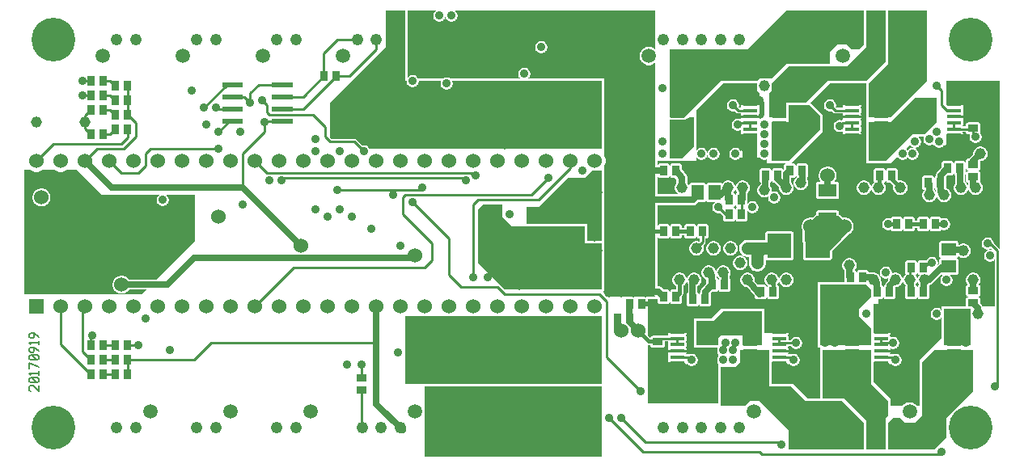
<source format=gbr>
G04 start of page 2 for group 0 idx 0 *
G04 Title: board, top *
G04 Creator: pcb 20140316 *
G04 CreationDate: Mon 25 Sep 2017 03:50:36 AM GMT UTC *
G04 For: brian *
G04 Format: Gerber/RS-274X *
G04 PCB-Dimensions (mil): 6000.00 5000.00 *
G04 PCB-Coordinate-Origin: lower left *
%MOIN*%
%FSLAX25Y25*%
%LNTOP*%
%ADD38C,0.0118*%
%ADD37C,0.0380*%
%ADD36C,0.0437*%
%ADD35C,0.1285*%
%ADD34C,0.0279*%
%ADD33C,0.0350*%
%ADD32C,0.0280*%
%ADD31C,0.0360*%
%ADD30C,0.0460*%
%ADD29R,0.0138X0.0138*%
%ADD28R,0.0559X0.0559*%
%ADD27R,0.0200X0.0200*%
%ADD26R,0.0512X0.0512*%
%ADD25R,0.0295X0.0295*%
%ADD24R,0.0787X0.0787*%
%ADD23C,0.0278*%
%ADD22C,0.0600*%
%ADD21C,0.0597*%
%ADD20C,0.1800*%
%ADD19C,0.0480*%
%ADD18C,0.0060*%
%ADD17C,0.0200*%
%ADD16C,0.0160*%
%ADD15C,0.0500*%
%ADD14C,0.0100*%
%ADD13C,0.0260*%
%ADD12C,0.0250*%
%ADD11C,0.0001*%
G54D11*G36*
X283000Y322000D02*X294492D01*
X294227Y321773D01*
X293971Y321474D01*
X293766Y321138D01*
X293615Y320775D01*
X293523Y320392D01*
X293492Y320000D01*
X293523Y319608D01*
X293615Y319225D01*
X293766Y318862D01*
X293971Y318526D01*
X294227Y318227D01*
X294526Y317971D01*
X294862Y317766D01*
X295225Y317615D01*
X295608Y317523D01*
X296000Y317492D01*
X296392Y317523D01*
X296775Y317615D01*
X297138Y317766D01*
X297474Y317971D01*
X297773Y318227D01*
X298029Y318526D01*
X298234Y318862D01*
X298385Y319225D01*
X298477Y319608D01*
X298497Y319944D01*
X298523Y319608D01*
X298615Y319225D01*
X298766Y318862D01*
X298971Y318526D01*
X299227Y318227D01*
X299526Y317971D01*
X299862Y317766D01*
X300225Y317615D01*
X300608Y317523D01*
X301000Y317492D01*
X301392Y317523D01*
X301775Y317615D01*
X302138Y317766D01*
X302474Y317971D01*
X302773Y318227D01*
X303029Y318526D01*
X303234Y318862D01*
X303385Y319225D01*
X303477Y319608D01*
X303500Y320000D01*
X303477Y320392D01*
X303385Y320775D01*
X303234Y321138D01*
X303029Y321474D01*
X302773Y321773D01*
X302508Y322000D01*
X304000D01*
Y319118D01*
X303991Y319000D01*
X304000Y318882D01*
Y307118D01*
X303991Y307000D01*
X304000Y306882D01*
Y297118D01*
X303991Y297000D01*
X304000Y296882D01*
Y294000D01*
X300508D01*
X300474Y294029D01*
X300138Y294234D01*
X299775Y294385D01*
X299392Y294477D01*
X299000Y294508D01*
X298608Y294477D01*
X298225Y294385D01*
X297862Y294234D01*
X297526Y294029D01*
X297492Y294000D01*
X287292D01*
X287234Y294138D01*
X287029Y294474D01*
X286773Y294773D01*
X286474Y295029D01*
X286138Y295234D01*
X285775Y295385D01*
X285392Y295477D01*
X285000Y295508D01*
X284608Y295477D01*
X284225Y295385D01*
X283862Y295234D01*
X283526Y295029D01*
X283227Y294773D01*
X283000Y294508D01*
Y322000D01*
G37*
G36*
X251000Y284000D02*X274000Y307000D01*
Y322000D01*
X282000D01*
Y293000D01*
X282492D01*
X282523Y292608D01*
X282615Y292225D01*
X282766Y291862D01*
X282971Y291526D01*
X283227Y291227D01*
X283526Y290971D01*
X283862Y290766D01*
X284225Y290615D01*
X284608Y290523D01*
X285000Y290492D01*
X285392Y290523D01*
X285775Y290615D01*
X286138Y290766D01*
X286474Y290971D01*
X286773Y291227D01*
X287029Y291526D01*
X287234Y291862D01*
X287385Y292225D01*
X287477Y292608D01*
X287500Y293000D01*
X296708D01*
X296615Y292775D01*
X296523Y292392D01*
X296492Y292000D01*
X296523Y291608D01*
X296615Y291225D01*
X296766Y290862D01*
X296971Y290526D01*
X297227Y290227D01*
X297526Y289971D01*
X297862Y289766D01*
X298225Y289615D01*
X298608Y289523D01*
X299000Y289492D01*
X299392Y289523D01*
X299775Y289615D01*
X300138Y289766D01*
X300474Y289971D01*
X300773Y290227D01*
X301029Y290526D01*
X301234Y290862D01*
X301385Y291225D01*
X301477Y291608D01*
X301500Y292000D01*
X301477Y292392D01*
X301385Y292775D01*
X301292Y293000D01*
X304000D01*
Y287118D01*
X303991Y287000D01*
X304000Y286882D01*
Y277118D01*
X303991Y277000D01*
X304000Y276882D01*
Y268118D01*
X303991Y268000D01*
X304000Y267882D01*
Y265000D01*
X267292D01*
X267234Y265138D01*
X267029Y265474D01*
X266773Y265773D01*
X266474Y266029D01*
X266138Y266234D01*
X265775Y266385D01*
X265392Y266477D01*
X265000Y266508D01*
X264608Y266477D01*
X264295Y266402D01*
X261882Y268815D01*
X261851Y268851D01*
X261708Y268974D01*
X261546Y269073D01*
X261372Y269145D01*
X261188Y269189D01*
X261188Y269189D01*
X261000Y269204D01*
X260953Y269200D01*
X251497D01*
X251000Y269697D01*
Y284000D01*
G37*
G36*
X131994Y255955D02*X132049Y255978D01*
X132575Y256300D01*
X137425D01*
X137951Y255978D01*
X138605Y255707D01*
X139294Y255542D01*
X140000Y255486D01*
X140706Y255542D01*
X141395Y255707D01*
X142049Y255978D01*
X142575Y256300D01*
X146600D01*
X156700Y246200D01*
X180805D01*
X180526Y246029D01*
X180227Y245773D01*
X179971Y245474D01*
X179766Y245138D01*
X179615Y244775D01*
X179523Y244392D01*
X179492Y244000D01*
X179523Y243608D01*
X179615Y243225D01*
X179766Y242862D01*
X179971Y242526D01*
X180227Y242227D01*
X180526Y241971D01*
X180862Y241766D01*
X181225Y241615D01*
X181608Y241523D01*
X182000Y241492D01*
X182392Y241523D01*
X182775Y241615D01*
X183138Y241766D01*
X183474Y241971D01*
X183773Y242227D01*
X184029Y242526D01*
X184234Y242862D01*
X184385Y243225D01*
X184477Y243608D01*
X184500Y244000D01*
X184477Y244392D01*
X184385Y244775D01*
X184234Y245138D01*
X184029Y245474D01*
X183773Y245773D01*
X183474Y246029D01*
X183195Y246200D01*
X195400D01*
Y227100D01*
X179250Y210950D01*
X168144D01*
X168003Y211182D01*
X167624Y211624D01*
X167182Y212003D01*
X166685Y212307D01*
X166147Y212530D01*
X165581Y212666D01*
X165000Y212711D01*
X164419Y212666D01*
X163853Y212530D01*
X163315Y212307D01*
X162818Y212003D01*
X162376Y211624D01*
X161997Y211182D01*
X161693Y210685D01*
X161470Y210147D01*
X161334Y209581D01*
X161289Y209000D01*
X161334Y208419D01*
X161470Y207853D01*
X161693Y207315D01*
X161997Y206818D01*
X162376Y206376D01*
X162818Y205997D01*
X163315Y205693D01*
X163853Y205470D01*
X164419Y205334D01*
X165000Y205289D01*
X165581Y205334D01*
X166147Y205470D01*
X166685Y205693D01*
X167182Y205997D01*
X167624Y206376D01*
X168003Y206818D01*
X168144Y207050D01*
X175350D01*
X173300Y205000D01*
X131994D01*
Y241289D01*
X132000Y241289D01*
X132581Y241334D01*
X133147Y241470D01*
X133685Y241693D01*
X134182Y241997D01*
X134624Y242376D01*
X135003Y242818D01*
X135307Y243315D01*
X135530Y243853D01*
X135666Y244419D01*
X135700Y245000D01*
X135666Y245581D01*
X135530Y246147D01*
X135307Y246685D01*
X135003Y247182D01*
X134624Y247624D01*
X134182Y248003D01*
X133685Y248307D01*
X133147Y248530D01*
X132581Y248666D01*
X132000Y248711D01*
X131994Y248711D01*
Y255955D01*
G37*
G36*
X125000Y256300D02*X127425D01*
X127951Y255978D01*
X128605Y255707D01*
X129294Y255542D01*
X130000Y255486D01*
X130706Y255542D01*
X131395Y255707D01*
X131994Y255955D01*
Y248711D01*
X131419Y248666D01*
X130853Y248530D01*
X130315Y248307D01*
X129818Y248003D01*
X129376Y247624D01*
X128997Y247182D01*
X128693Y246685D01*
X128470Y246147D01*
X128334Y245581D01*
X128289Y245000D01*
X128334Y244419D01*
X128470Y243853D01*
X128693Y243315D01*
X128997Y242818D01*
X129376Y242376D01*
X129818Y241997D01*
X130315Y241693D01*
X130853Y241470D01*
X131419Y241334D01*
X131994Y241289D01*
Y205000D01*
X125000D01*
Y256300D01*
G37*
G36*
X516000Y182000D02*Y165000D01*
X505000Y154000D01*
Y146000D01*
X500000Y141000D01*
X481000D01*
Y152000D01*
X483000Y154000D01*
X486000D01*
X488000Y152000D01*
X492000D01*
X495000Y155000D01*
Y177000D01*
X500000Y182000D01*
X516000D01*
G37*
G36*
X474000Y168000D02*X481000Y161000D01*
Y155000D01*
X480000Y154000D01*
Y141000D01*
X472000D01*
Y153000D01*
X463000Y162000D01*
X454000D01*
Y182000D01*
X474000D01*
Y168000D01*
G37*
G36*
X515000Y199000D02*Y184000D01*
X504000D01*
Y199000D01*
X515000D01*
G37*
G36*
X482000Y167000D02*X477000D01*
X475000Y169000D01*
Y177000D01*
X481000D01*
X482000Y176000D01*
Y167000D01*
G37*
G36*
Y199000D02*Y189000D01*
X475000D01*
Y199000D01*
X482000D01*
G37*
G36*
X432000Y182000D02*Y167000D01*
X441000D01*
X447000Y161000D01*
X440000Y149000D01*
X428000Y161000D01*
X424000D01*
X422000Y159000D01*
X412000D01*
Y175000D01*
X418000D01*
X420000Y177000D01*
Y182000D01*
X432000D01*
G37*
G36*
X398000Y199000D02*Y189000D01*
X390000D01*
Y199000D01*
X398000D01*
G37*
G36*
Y176000D02*Y167000D01*
X390000D01*
Y177000D01*
X397000D01*
X398000Y176000D01*
G37*
G36*
X440000Y199000D02*Y189000D01*
X430000D01*
Y199000D01*
X440000D01*
G37*
G36*
Y168000D02*X433000D01*
Y177000D01*
X439000D01*
X440000Y176000D01*
Y168000D01*
G37*
G36*
X429000Y198000D02*Y184000D01*
X421000D01*
Y188000D01*
X412000D01*
X411000Y187000D01*
Y184000D01*
X402000D01*
Y194000D01*
X409000D01*
X413000Y198000D01*
X429000D01*
G37*
G36*
X440000Y141000D02*Y161000D01*
X462000D01*
X471000Y152000D01*
Y141000D01*
X440000D01*
G37*
G36*
X390000Y188000D02*X383000D01*
Y194000D01*
X390000D01*
Y188000D01*
G37*
G36*
X474000Y184000D02*X453000D01*
Y209000D01*
X472000D01*
X474000Y207000D01*
Y204000D01*
X469000Y199000D01*
Y196000D01*
X474000Y191000D01*
Y184000D01*
G37*
G36*
X282000Y196000D02*X363000D01*
Y168000D01*
X282000D01*
Y196000D01*
G37*
G36*
X290000Y167000D02*X363000D01*
Y138000D01*
X290000D01*
Y167000D01*
G37*
G36*
X363000Y293000D02*Y265000D01*
X303000D01*
Y293000D01*
X363000D01*
G37*
G36*
X341000Y322000D02*X365000D01*
Y294000D01*
X341000D01*
Y322000D01*
G37*
G36*
X337996D02*X342000D01*
Y319118D01*
X341991Y319000D01*
X342000Y318882D01*
Y297118D01*
X341991Y297000D01*
X342000Y296882D01*
Y294000D01*
X337996D01*
Y304493D01*
X338000Y304492D01*
X338392Y304523D01*
X338775Y304615D01*
X339138Y304766D01*
X339474Y304971D01*
X339773Y305227D01*
X340029Y305526D01*
X340234Y305862D01*
X340385Y306225D01*
X340477Y306608D01*
X340500Y307000D01*
X340477Y307392D01*
X340385Y307775D01*
X340234Y308138D01*
X340029Y308474D01*
X339773Y308773D01*
X339474Y309029D01*
X339138Y309234D01*
X338775Y309385D01*
X338392Y309477D01*
X338000Y309508D01*
X337996Y309507D01*
Y322000D01*
G37*
G36*
X326000D02*X337996D01*
Y309507D01*
X337608Y309477D01*
X337225Y309385D01*
X336862Y309234D01*
X336526Y309029D01*
X336227Y308773D01*
X335971Y308474D01*
X335766Y308138D01*
X335615Y307775D01*
X335523Y307392D01*
X335492Y307000D01*
X335523Y306608D01*
X335615Y306225D01*
X335766Y305862D01*
X335971Y305526D01*
X336227Y305227D01*
X336526Y304971D01*
X336862Y304766D01*
X337225Y304615D01*
X337608Y304523D01*
X337996Y304493D01*
Y294000D01*
X332508D01*
X332773Y294227D01*
X333029Y294526D01*
X333234Y294862D01*
X333385Y295225D01*
X333477Y295608D01*
X333500Y296000D01*
X333477Y296392D01*
X333385Y296775D01*
X333234Y297138D01*
X333029Y297474D01*
X332773Y297773D01*
X332474Y298029D01*
X332138Y298234D01*
X331775Y298385D01*
X331392Y298477D01*
X331000Y298508D01*
X330608Y298477D01*
X330225Y298385D01*
X329862Y298234D01*
X329526Y298029D01*
X329227Y297773D01*
X328971Y297474D01*
X328766Y297138D01*
X328615Y296775D01*
X328523Y296392D01*
X328492Y296000D01*
X328523Y295608D01*
X328615Y295225D01*
X328766Y294862D01*
X328971Y294526D01*
X329227Y294227D01*
X329492Y294000D01*
X326000D01*
Y322000D01*
G37*
G36*
X304000D02*X327000D01*
Y294000D01*
X304000D01*
Y322000D01*
G37*
G36*
X363000Y256000D02*Y227000D01*
X357000D01*
Y234000D01*
X332000D01*
Y241000D01*
X337000D01*
X349000Y253000D01*
X356000D01*
X359000Y256000D01*
X363000D01*
G37*
G36*
X312000Y240000D02*X314000Y242000D01*
X322000D01*
Y237000D01*
X326000Y233000D01*
X356000D01*
Y226000D01*
X363000D01*
Y207000D01*
X323000D01*
X312000Y218000D01*
Y240000D01*
G37*
G36*
X472000Y322000D02*X480000D01*
Y301000D01*
X472000Y293000D01*
X456000D01*
X447000Y284000D01*
X439000D01*
Y278000D01*
X432000D01*
Y288000D01*
X433000Y289000D01*
Y292000D01*
X440000Y299000D01*
X464000D01*
X472000Y307000D01*
Y322000D01*
G37*
G36*
X481000D02*X497000D01*
Y293000D01*
X482000Y278000D01*
X473000D01*
Y292000D01*
X481000Y300000D01*
Y322000D01*
G37*
G36*
X470000Y292000D02*Y283000D01*
X462000D01*
Y292000D01*
X470000D01*
G37*
G36*
X439000Y300000D02*X433000Y294000D01*
X428000D01*
X427000Y293000D01*
X412000D01*
X397000Y278000D01*
X391000D01*
Y306000D01*
X423000D01*
X439000Y322000D01*
X471000D01*
Y308000D01*
X469000Y306000D01*
X466000D01*
X464000Y308000D01*
X460000D01*
X457000Y305000D01*
Y300000D01*
X439000D01*
G37*
G36*
X428000Y288000D02*Y283000D01*
X420000D01*
Y292000D01*
X427000D01*
Y289000D01*
X428000Y288000D01*
G37*
G36*
X420000Y265000D02*Y271000D01*
X427000D01*
Y261000D01*
X421000D01*
Y264000D01*
X420000Y265000D01*
G37*
G36*
X433000Y276000D02*X440000D01*
Y283000D01*
X448600D01*
X453000Y278600D01*
Y273000D01*
X440000Y260000D01*
X433000D01*
Y276000D01*
G37*
G36*
X492000Y286000D02*X501000D01*
Y276000D01*
X496000Y271000D01*
X491000D01*
X480000Y260000D01*
X473000D01*
Y276000D01*
X482000D01*
X492000Y286000D01*
G37*
G36*
X512000Y276000D02*Y283000D01*
X505000D01*
Y293000D01*
X527000D01*
Y276000D01*
X512000D01*
G37*
G36*
X462000Y261000D02*Y271000D01*
X470000D01*
Y261000D01*
X462000D01*
G37*
G36*
X505000Y267000D02*Y271000D01*
X512000D01*
Y261000D01*
X504000D01*
Y266000D01*
X505000Y267000D01*
G37*
G36*
X517516Y267553D02*X517775Y267615D01*
X518138Y267766D01*
X518474Y267971D01*
X518773Y268227D01*
X519029Y268526D01*
X519234Y268862D01*
X519385Y269225D01*
X519477Y269608D01*
X519500Y270000D01*
X519477Y270392D01*
X519385Y270775D01*
X519234Y271138D01*
X519029Y271474D01*
X518906Y271617D01*
X518922Y271655D01*
X518959Y271808D01*
X518968Y271965D01*
X518959Y275074D01*
X518922Y275227D01*
X518862Y275372D01*
X518780Y275507D01*
X518677Y275626D01*
X518558Y275729D01*
X518423Y275811D01*
X518278Y275871D01*
X518125Y275908D01*
X517968Y275917D01*
X517516Y275916D01*
Y276000D01*
X527000D01*
Y223665D01*
X526974Y223708D01*
X526851Y223851D01*
X526815Y223882D01*
X524488Y226209D01*
X524477Y226392D01*
X524385Y226775D01*
X524234Y227138D01*
X524029Y227474D01*
X523773Y227773D01*
X523474Y228029D01*
X523138Y228234D01*
X522775Y228385D01*
X522392Y228477D01*
X522000Y228508D01*
X521608Y228477D01*
X521225Y228385D01*
X520862Y228234D01*
X520526Y228029D01*
X520227Y227773D01*
X519971Y227474D01*
X519766Y227138D01*
X519615Y226775D01*
X519523Y226392D01*
X519492Y226000D01*
X519523Y225608D01*
X519615Y225225D01*
X519766Y224862D01*
X519971Y224526D01*
X520227Y224227D01*
X520526Y223971D01*
X520862Y223766D01*
X521225Y223615D01*
X521608Y223523D01*
X522000Y223492D01*
X522392Y223523D01*
X522775Y223615D01*
X523138Y223766D01*
X523386Y223917D01*
X524019Y223284D01*
X523775Y223385D01*
X523392Y223477D01*
X523000Y223508D01*
X522608Y223477D01*
X522225Y223385D01*
X521862Y223234D01*
X521526Y223029D01*
X521227Y222773D01*
X520971Y222474D01*
X520766Y222138D01*
X520615Y221775D01*
X520523Y221392D01*
X520492Y221000D01*
X520523Y220608D01*
X520615Y220225D01*
X520766Y219862D01*
X520971Y219526D01*
X521227Y219227D01*
X521526Y218971D01*
X521862Y218766D01*
X522225Y218615D01*
X522608Y218523D01*
X523000Y218492D01*
X523392Y218523D01*
X523775Y218615D01*
X524138Y218766D01*
X524474Y218971D01*
X524773Y219227D01*
X524800Y219258D01*
Y200000D01*
X519871D01*
X519860Y200045D01*
X519743Y200329D01*
X519582Y200591D01*
X519383Y200824D01*
X519325Y200874D01*
X518964Y201234D01*
X518959Y203074D01*
X518922Y203227D01*
X518862Y203372D01*
X518780Y203507D01*
X518677Y203626D01*
X518558Y203729D01*
X518423Y203811D01*
X518278Y203871D01*
X518125Y203908D01*
X517968Y203917D01*
X517516Y203916D01*
Y204091D01*
X518125Y204092D01*
X518278Y204129D01*
X518423Y204189D01*
X518558Y204271D01*
X518677Y204374D01*
X518780Y204493D01*
X518862Y204628D01*
X518922Y204773D01*
X518959Y204926D01*
X518968Y205083D01*
X518959Y208192D01*
X518922Y208345D01*
X518862Y208490D01*
X518780Y208625D01*
X518677Y208744D01*
X518558Y208847D01*
X518423Y208929D01*
X518278Y208989D01*
X518236Y208999D01*
X518435Y209231D01*
X518681Y209634D01*
X518862Y210070D01*
X518972Y210529D01*
X519000Y211000D01*
X518972Y211471D01*
X518862Y211930D01*
X518681Y212366D01*
X518435Y212769D01*
X518128Y213128D01*
X517769Y213435D01*
X517516Y213589D01*
Y246039D01*
X517930Y246138D01*
X518366Y246319D01*
X518769Y246565D01*
X519128Y246872D01*
X519435Y247231D01*
X519681Y247634D01*
X519862Y248070D01*
X519972Y248529D01*
X520000Y249000D01*
X519972Y249471D01*
X519862Y249930D01*
X519681Y250366D01*
X519435Y250769D01*
X519128Y251128D01*
X518800Y251408D01*
X518862Y251510D01*
X518922Y251655D01*
X518959Y251808D01*
X518968Y251965D01*
X518959Y255074D01*
X518922Y255227D01*
X518862Y255372D01*
X518780Y255507D01*
X518677Y255626D01*
X518558Y255729D01*
X518423Y255811D01*
X518278Y255871D01*
X518125Y255908D01*
X517968Y255917D01*
X517516Y255916D01*
Y256091D01*
X518125Y256092D01*
X518278Y256129D01*
X518423Y256189D01*
X518558Y256271D01*
X518677Y256374D01*
X518780Y256493D01*
X518862Y256628D01*
X518922Y256773D01*
X518959Y256926D01*
X518968Y257083D01*
X518959Y259994D01*
X519000Y259991D01*
X519471Y260028D01*
X519930Y260138D01*
X520366Y260319D01*
X520769Y260565D01*
X521128Y260872D01*
X521435Y261231D01*
X521681Y261634D01*
X521862Y262070D01*
X521972Y262529D01*
X522000Y263000D01*
X521972Y263471D01*
X521862Y263930D01*
X521681Y264366D01*
X521435Y264769D01*
X521128Y265128D01*
X520769Y265435D01*
X520366Y265681D01*
X519930Y265862D01*
X519471Y265972D01*
X519000Y266009D01*
X518529Y265972D01*
X518070Y265862D01*
X517634Y265681D01*
X517516Y265609D01*
Y267553D01*
G37*
G36*
Y275916D02*X513875Y275908D01*
X513722Y275871D01*
X513577Y275811D01*
X513442Y275729D01*
X513323Y275626D01*
X513220Y275507D01*
X513138Y275372D01*
X513078Y275227D01*
X513041Y275074D01*
X513032Y274917D01*
X513034Y274361D01*
X511655D01*
X511607Y274440D01*
X511606Y274440D01*
X511607Y274441D01*
X511689Y274576D01*
X511749Y274721D01*
X511786Y274874D01*
X511795Y275031D01*
X511789Y276000D01*
X517516D01*
Y275916D01*
G37*
G36*
X501441Y194535D02*X501775Y194615D01*
X502138Y194766D01*
X502474Y194971D01*
X502773Y195227D01*
X503000Y195492D01*
Y187000D01*
X501441Y185441D01*
Y194535D01*
G37*
G36*
Y265563D02*X501608Y265523D01*
X502000Y265492D01*
X502392Y265523D01*
X502775Y265615D01*
X503138Y265766D01*
X503474Y265971D01*
X503773Y266227D01*
X504029Y266526D01*
X504207Y266817D01*
X504214Y262081D01*
X504251Y261928D01*
X504311Y261782D01*
X504393Y261648D01*
X504495Y261528D01*
X504615Y261426D01*
X504749Y261344D01*
X504895Y261284D01*
X505048Y261247D01*
X505204Y261238D01*
X510952Y261247D01*
X511105Y261284D01*
X511251Y261344D01*
X511385Y261426D01*
X511505Y261528D01*
X511607Y261648D01*
X511689Y261782D01*
X511749Y261928D01*
X511786Y262081D01*
X511796Y262238D01*
X511786Y268889D01*
X511749Y269042D01*
X511689Y269188D01*
X511607Y269322D01*
X511606Y269323D01*
X511607Y269323D01*
X511689Y269458D01*
X511749Y269603D01*
X511786Y269756D01*
X511795Y269913D01*
X511786Y271448D01*
X511749Y271601D01*
X511689Y271746D01*
X511607Y271881D01*
X511606Y271882D01*
X511607Y271882D01*
X511655Y271961D01*
X513041D01*
X513041Y271808D01*
X513078Y271655D01*
X513138Y271510D01*
X513220Y271375D01*
X513323Y271256D01*
X513442Y271153D01*
X513577Y271071D01*
X513722Y271011D01*
X513875Y270974D01*
X514032Y270965D01*
X514694Y270967D01*
X514615Y270775D01*
X514523Y270392D01*
X514492Y270000D01*
X514523Y269608D01*
X514615Y269225D01*
X514766Y268862D01*
X514971Y268526D01*
X515227Y268227D01*
X515526Y267971D01*
X515862Y267766D01*
X516225Y267615D01*
X516608Y267523D01*
X517000Y267492D01*
X517392Y267523D01*
X517516Y267553D01*
Y265609D01*
X517231Y265435D01*
X516872Y265128D01*
X516565Y264769D01*
X516319Y264366D01*
X516138Y263930D01*
X516028Y263471D01*
X515991Y263000D01*
X516009Y262767D01*
X514675Y261433D01*
X514617Y261383D01*
X514418Y261150D01*
X514342Y261027D01*
X513875Y261026D01*
X513722Y260989D01*
X513577Y260929D01*
X513442Y260847D01*
X513323Y260744D01*
X513220Y260625D01*
X513138Y260490D01*
X513078Y260345D01*
X513041Y260192D01*
X513032Y260035D01*
X513041Y256926D01*
X513078Y256773D01*
X513138Y256628D01*
X513220Y256493D01*
X513323Y256374D01*
X513442Y256271D01*
X513577Y256189D01*
X513722Y256129D01*
X513875Y256092D01*
X514032Y256083D01*
X517516Y256091D01*
Y255916D01*
X513875Y255908D01*
X513722Y255871D01*
X513577Y255811D01*
X513442Y255729D01*
X513323Y255626D01*
X513220Y255507D01*
X513138Y255372D01*
X513078Y255227D01*
X513041Y255074D01*
X513032Y254917D01*
X513041Y251808D01*
X513078Y251655D01*
X513138Y251510D01*
X513220Y251375D01*
X513323Y251256D01*
X513442Y251153D01*
X513577Y251071D01*
X513722Y251011D01*
X513875Y250974D01*
X514032Y250965D01*
X514050Y250965D01*
Y250076D01*
X514044Y250000D01*
X514068Y249694D01*
Y249694D01*
X514075Y249666D01*
X514028Y249471D01*
X513996Y249067D01*
X513972Y249471D01*
X513862Y249930D01*
X513681Y250366D01*
X513435Y250769D01*
X513128Y251128D01*
X512769Y251435D01*
X512509Y251594D01*
Y254150D01*
X512625Y254220D01*
X512744Y254323D01*
X512847Y254442D01*
X512929Y254577D01*
X512989Y254722D01*
X513026Y254875D01*
X513035Y255032D01*
X513026Y259125D01*
X512989Y259278D01*
X512929Y259423D01*
X512847Y259558D01*
X512744Y259677D01*
X512625Y259780D01*
X512490Y259862D01*
X512345Y259922D01*
X512192Y259959D01*
X512035Y259968D01*
X508926Y259959D01*
X508773Y259922D01*
X508628Y259862D01*
X508493Y259780D01*
X508374Y259677D01*
X508271Y259558D01*
X508189Y259423D01*
X508129Y259278D01*
X508092Y259125D01*
X508083Y258968D01*
X508092Y254875D01*
X508129Y254722D01*
X508189Y254577D01*
X508271Y254442D01*
X508374Y254323D01*
X508493Y254220D01*
X508609Y254150D01*
Y250820D01*
X508565Y250769D01*
X508319Y250366D01*
X508138Y249930D01*
X508028Y249471D01*
X507991Y249000D01*
X508028Y248529D01*
X508138Y248070D01*
X508319Y247634D01*
X508565Y247231D01*
X508872Y246872D01*
X509231Y246565D01*
X509634Y246319D01*
X510070Y246138D01*
X510529Y246028D01*
X511000Y245991D01*
X511471Y246028D01*
X511930Y246138D01*
X512366Y246319D01*
X512769Y246565D01*
X513128Y246872D01*
X513435Y247231D01*
X513681Y247634D01*
X513862Y248070D01*
X513972Y248529D01*
X513996Y248933D01*
X514028Y248529D01*
X514138Y248070D01*
X514319Y247634D01*
X514565Y247231D01*
X514872Y246872D01*
X515231Y246565D01*
X515634Y246319D01*
X516070Y246138D01*
X516529Y246028D01*
X517000Y245991D01*
X517471Y246028D01*
X517516Y246039D01*
Y213589D01*
X517366Y213681D01*
X516930Y213862D01*
X516471Y213972D01*
X516000Y214009D01*
X515529Y213972D01*
X515070Y213862D01*
X514634Y213681D01*
X514231Y213435D01*
X513872Y213128D01*
X513565Y212769D01*
X513319Y212366D01*
X513138Y211930D01*
X513028Y211471D01*
X512991Y211000D01*
X513028Y210529D01*
X513138Y210070D01*
X513319Y209634D01*
X513565Y209231D01*
X513764Y208999D01*
X513722Y208989D01*
X513577Y208929D01*
X513442Y208847D01*
X513323Y208744D01*
X513220Y208625D01*
X513138Y208490D01*
X513078Y208345D01*
X513041Y208192D01*
X513032Y208035D01*
X513041Y204926D01*
X513078Y204773D01*
X513138Y204628D01*
X513220Y204493D01*
X513323Y204374D01*
X513442Y204271D01*
X513577Y204189D01*
X513722Y204129D01*
X513875Y204092D01*
X514032Y204083D01*
X517516Y204091D01*
Y203916D01*
X513875Y203908D01*
X513722Y203871D01*
X513577Y203811D01*
X513442Y203729D01*
X513323Y203626D01*
X513220Y203507D01*
X513138Y203372D01*
X513078Y203227D01*
X513041Y203074D01*
X513032Y202917D01*
X513041Y200000D01*
X503000D01*
Y198508D01*
X502773Y198773D01*
X502474Y199029D01*
X502138Y199234D01*
X501775Y199385D01*
X501441Y199465D01*
Y211683D01*
X502712Y212955D01*
X502738Y212944D01*
X502891Y212907D01*
X503048Y212898D01*
X503373Y212898D01*
X503227Y212773D01*
X502971Y212474D01*
X502766Y212138D01*
X502615Y211775D01*
X502523Y211392D01*
X502492Y211000D01*
X502523Y210608D01*
X502615Y210225D01*
X502766Y209862D01*
X502971Y209526D01*
X503227Y209227D01*
X503526Y208971D01*
X503862Y208766D01*
X504225Y208615D01*
X504608Y208523D01*
X505000Y208492D01*
X505392Y208523D01*
X505775Y208615D01*
X506138Y208766D01*
X506474Y208971D01*
X506773Y209227D01*
X507029Y209526D01*
X507234Y209862D01*
X507385Y210225D01*
X507477Y210608D01*
X507500Y211000D01*
X507477Y211392D01*
X507385Y211775D01*
X507234Y212138D01*
X507029Y212474D01*
X506773Y212773D01*
X506621Y212903D01*
X509109Y212907D01*
X509262Y212944D01*
X509407Y213004D01*
X509542Y213086D01*
X509661Y213189D01*
X509764Y213308D01*
X509846Y213443D01*
X509906Y213588D01*
X509943Y213741D01*
X509952Y213898D01*
X509943Y219173D01*
X509906Y219326D01*
X509846Y219471D01*
X509764Y219606D01*
X509661Y219725D01*
X509542Y219828D01*
X509407Y219910D01*
X509262Y219970D01*
X509137Y220000D01*
X509262Y220030D01*
X509407Y220090D01*
X509542Y220172D01*
X509661Y220275D01*
X509764Y220394D01*
X509846Y220529D01*
X509906Y220674D01*
X509940Y220814D01*
X510231Y220565D01*
X510634Y220319D01*
X511070Y220138D01*
X511529Y220028D01*
X512000Y219991D01*
X512471Y220028D01*
X512930Y220138D01*
X513366Y220319D01*
X513769Y220565D01*
X514128Y220872D01*
X514435Y221231D01*
X514681Y221634D01*
X514862Y222070D01*
X514972Y222529D01*
X515000Y223000D01*
X514972Y223471D01*
X514862Y223930D01*
X514681Y224366D01*
X514435Y224769D01*
X514128Y225128D01*
X513769Y225435D01*
X513366Y225681D01*
X512930Y225862D01*
X512471Y225972D01*
X512000Y226009D01*
X511529Y225972D01*
X511070Y225862D01*
X510634Y225681D01*
X510326Y225493D01*
X509944D01*
X509943Y226259D01*
X509906Y226412D01*
X509846Y226557D01*
X509764Y226692D01*
X509661Y226811D01*
X509542Y226914D01*
X509407Y226996D01*
X509262Y227056D01*
X509109Y227093D01*
X508952Y227102D01*
X502891Y227093D01*
X502738Y227056D01*
X502593Y226996D01*
X502458Y226914D01*
X502339Y226811D01*
X502236Y226692D01*
X502154Y226557D01*
X502094Y226412D01*
X502057Y226259D01*
X502048Y226102D01*
X502057Y220827D01*
X502094Y220674D01*
X502154Y220529D01*
X502236Y220394D01*
X502339Y220275D01*
X502458Y220172D01*
X502593Y220090D01*
X502738Y220030D01*
X502863Y220000D01*
X502738Y219970D01*
X502593Y219910D01*
X502458Y219828D01*
X502339Y219725D01*
X502236Y219606D01*
X502154Y219471D01*
X502094Y219326D01*
X502057Y219173D01*
X502048Y219016D01*
X502050Y217705D01*
X501850Y217582D01*
X501617Y217383D01*
X501567Y217325D01*
X501441Y217199D01*
Y217458D01*
X501477Y217608D01*
X501500Y218000D01*
X501477Y218392D01*
X501441Y218542D01*
Y231039D01*
X502192Y231041D01*
X502345Y231078D01*
X502490Y231138D01*
X502625Y231220D01*
X502744Y231323D01*
X502847Y231442D01*
X502929Y231577D01*
X502986Y231714D01*
X503225Y231615D01*
X503608Y231523D01*
X504000Y231492D01*
X504392Y231523D01*
X504775Y231615D01*
X505138Y231766D01*
X505474Y231971D01*
X505773Y232227D01*
X506029Y232526D01*
X506234Y232862D01*
X506385Y233225D01*
X506477Y233608D01*
X506500Y234000D01*
X506477Y234392D01*
X506385Y234775D01*
X506234Y235138D01*
X506029Y235474D01*
X505773Y235773D01*
X505474Y236029D01*
X505138Y236234D01*
X504775Y236385D01*
X504392Y236477D01*
X504000Y236508D01*
X503608Y236477D01*
X503225Y236385D01*
X502986Y236286D01*
X502929Y236423D01*
X502847Y236558D01*
X502744Y236677D01*
X502625Y236780D01*
X502490Y236862D01*
X502345Y236922D01*
X502192Y236959D01*
X502035Y236968D01*
X501441Y236966D01*
Y244434D01*
X501565Y244231D01*
X501872Y243872D01*
X502231Y243565D01*
X502634Y243319D01*
X503070Y243138D01*
X503529Y243028D01*
X504000Y242991D01*
X504471Y243028D01*
X504930Y243138D01*
X505366Y243319D01*
X505769Y243565D01*
X506128Y243872D01*
X506435Y244231D01*
X506681Y244634D01*
X506862Y245070D01*
X506972Y245529D01*
X507000Y246000D01*
X506972Y246471D01*
X506862Y246930D01*
X506681Y247366D01*
X506435Y247769D01*
X506128Y248128D01*
X505769Y248435D01*
X505366Y248681D01*
X505014Y248827D01*
X505026Y248875D01*
X505035Y249032D01*
X505026Y253125D01*
X504989Y253278D01*
X504929Y253423D01*
X504847Y253558D01*
X504805Y253606D01*
X505234Y254036D01*
X507074Y254041D01*
X507227Y254078D01*
X507372Y254138D01*
X507507Y254220D01*
X507626Y254323D01*
X507729Y254442D01*
X507811Y254577D01*
X507871Y254722D01*
X507908Y254875D01*
X507917Y255032D01*
X507908Y259125D01*
X507871Y259278D01*
X507811Y259423D01*
X507729Y259558D01*
X507626Y259677D01*
X507507Y259780D01*
X507372Y259862D01*
X507227Y259922D01*
X507074Y259959D01*
X506917Y259968D01*
X503808Y259959D01*
X503655Y259922D01*
X503510Y259862D01*
X503375Y259780D01*
X503256Y259677D01*
X503153Y259558D01*
X503071Y259423D01*
X503011Y259278D01*
X502974Y259125D01*
X502965Y258968D01*
X502969Y257286D01*
X501441Y255758D01*
Y265563D01*
G37*
G36*
Y217199D02*X501327Y217084D01*
X501385Y217225D01*
X501441Y217458D01*
Y217199D01*
G37*
G36*
Y199465D02*X501392Y199477D01*
X501000Y199508D01*
X500608Y199477D01*
X500225Y199385D01*
X499862Y199234D01*
X499526Y199029D01*
X499227Y198773D01*
X498971Y198474D01*
X498766Y198138D01*
X498615Y197775D01*
X498523Y197392D01*
X498492Y197000D01*
X498523Y196608D01*
X498615Y196225D01*
X498766Y195862D01*
X498971Y195526D01*
X499227Y195227D01*
X499526Y194971D01*
X499862Y194766D01*
X500225Y194615D01*
X500608Y194523D01*
X501000Y194492D01*
X501392Y194523D01*
X501441Y194535D01*
Y185441D01*
X494000Y178000D01*
Y159000D01*
X492787D01*
X492500Y159336D01*
Y203216D01*
X492507Y203220D01*
X492626Y203323D01*
X492729Y203442D01*
X492811Y203577D01*
X492871Y203722D01*
X492908Y203875D01*
X492917Y204032D01*
X492908Y208125D01*
X492871Y208278D01*
X492811Y208423D01*
X492729Y208558D01*
X492626Y208677D01*
X492507Y208780D01*
X492500Y208784D01*
Y209338D01*
X492681Y209634D01*
X492862Y210070D01*
X492972Y210529D01*
X492996Y210933D01*
X493028Y210529D01*
X493138Y210070D01*
X493319Y209634D01*
X493565Y209231D01*
X493609Y209180D01*
Y208850D01*
X493493Y208780D01*
X493374Y208677D01*
X493271Y208558D01*
X493189Y208423D01*
X493129Y208278D01*
X493092Y208125D01*
X493083Y207968D01*
X493092Y203875D01*
X493129Y203722D01*
X493189Y203577D01*
X493271Y203442D01*
X493374Y203323D01*
X493493Y203220D01*
X493628Y203138D01*
X493773Y203078D01*
X493926Y203041D01*
X494083Y203032D01*
X497192Y203041D01*
X497345Y203078D01*
X497490Y203138D01*
X497625Y203220D01*
X497744Y203323D01*
X497847Y203442D01*
X497929Y203577D01*
X497989Y203722D01*
X498026Y203875D01*
X498035Y204032D01*
X498026Y208125D01*
X497989Y208278D01*
X497929Y208423D01*
X497847Y208558D01*
X497810Y208601D01*
X498128Y208872D01*
X498294Y209067D01*
X498306Y209068D01*
X498306Y209068D01*
X498604Y209140D01*
X498888Y209257D01*
X499150Y209418D01*
X499383Y209617D01*
X499433Y209675D01*
X501441Y211683D01*
Y199465D01*
G37*
G36*
X492500Y260993D02*X492773Y261227D01*
X493029Y261526D01*
X493234Y261862D01*
X493385Y262225D01*
X493477Y262608D01*
X493500Y263000D01*
X493477Y263392D01*
X493385Y263775D01*
X493234Y264138D01*
X493029Y264474D01*
X492773Y264773D01*
X492500Y265007D01*
Y265549D01*
X492775Y265615D01*
X493138Y265766D01*
X493474Y265971D01*
X493773Y266227D01*
X494029Y266526D01*
X494234Y266862D01*
X494385Y267225D01*
X494477Y267608D01*
X494500Y268000D01*
X494477Y268392D01*
X494385Y268775D01*
X494234Y269138D01*
X494029Y269474D01*
X493773Y269773D01*
X493508Y270000D01*
X495708D01*
X495615Y269775D01*
X495523Y269392D01*
X495492Y269000D01*
X495523Y268608D01*
X495615Y268225D01*
X495766Y267862D01*
X495971Y267526D01*
X496227Y267227D01*
X496526Y266971D01*
X496862Y266766D01*
X497225Y266615D01*
X497608Y266523D01*
X498000Y266492D01*
X498392Y266523D01*
X498775Y266615D01*
X499138Y266766D01*
X499474Y266971D01*
X499656Y267127D01*
X499766Y266862D01*
X499971Y266526D01*
X500227Y266227D01*
X500526Y265971D01*
X500862Y265766D01*
X501225Y265615D01*
X501441Y265563D01*
Y255758D01*
X501234Y255551D01*
X501176Y255501D01*
X500977Y255268D01*
X500816Y255006D01*
X500699Y254723D01*
X500627Y254424D01*
X500627Y254423D01*
X500603Y254118D01*
X500609Y254042D01*
Y253850D01*
X500493Y253780D01*
X500374Y253677D01*
X500271Y253558D01*
X500189Y253423D01*
X500129Y253278D01*
X500092Y253125D01*
X500083Y252968D01*
X500092Y248875D01*
X500129Y248722D01*
X500189Y248577D01*
X500271Y248442D01*
X500374Y248323D01*
X500493Y248220D01*
X500609Y248150D01*
Y247517D01*
X500607Y247488D01*
X500435Y247769D01*
X500128Y248128D01*
X499950Y248280D01*
Y250365D01*
X499956Y250441D01*
X499932Y250747D01*
X499932Y250747D01*
X499913Y250826D01*
X499908Y253125D01*
X499871Y253278D01*
X499811Y253423D01*
X499729Y253558D01*
X499626Y253677D01*
X499507Y253780D01*
X499372Y253862D01*
X499227Y253922D01*
X499074Y253959D01*
X498917Y253968D01*
X495808Y253959D01*
X495655Y253922D01*
X495510Y253862D01*
X495375Y253780D01*
X495256Y253677D01*
X495153Y253558D01*
X495071Y253423D01*
X495011Y253278D01*
X494974Y253125D01*
X494965Y252968D01*
X494974Y248875D01*
X495011Y248722D01*
X495071Y248577D01*
X495153Y248442D01*
X495256Y248323D01*
X495375Y248220D01*
X495510Y248138D01*
X495655Y248078D01*
X495800Y248043D01*
X495565Y247769D01*
X495319Y247366D01*
X495138Y246930D01*
X495028Y246471D01*
X494991Y246000D01*
X495028Y245529D01*
X495138Y245070D01*
X495319Y244634D01*
X495565Y244231D01*
X495872Y243872D01*
X496231Y243565D01*
X496634Y243319D01*
X497070Y243138D01*
X497529Y243028D01*
X498000Y242991D01*
X498471Y243028D01*
X498930Y243138D01*
X499366Y243319D01*
X499769Y243565D01*
X500128Y243872D01*
X500435Y244231D01*
X500681Y244634D01*
X500862Y245070D01*
X500972Y245529D01*
X500996Y245933D01*
X501028Y245529D01*
X501138Y245070D01*
X501319Y244634D01*
X501441Y244434D01*
Y236966D01*
X498926Y236959D01*
X498773Y236922D01*
X498628Y236862D01*
X498493Y236780D01*
X498374Y236677D01*
X498271Y236558D01*
X498189Y236423D01*
X498129Y236278D01*
X498092Y236125D01*
X498083Y235968D01*
X498092Y231875D01*
X498129Y231722D01*
X498189Y231577D01*
X498271Y231442D01*
X498374Y231323D01*
X498493Y231220D01*
X498628Y231138D01*
X498773Y231078D01*
X498926Y231041D01*
X499083Y231032D01*
X501441Y231039D01*
Y218542D01*
X501385Y218775D01*
X501234Y219138D01*
X501029Y219474D01*
X500773Y219773D01*
X500474Y220029D01*
X500138Y220234D01*
X499775Y220385D01*
X499392Y220477D01*
X499000Y220508D01*
X498608Y220477D01*
X498225Y220385D01*
X497862Y220234D01*
X497526Y220029D01*
X497227Y219773D01*
X496971Y219474D01*
X496766Y219138D01*
X496695Y218967D01*
X493926Y218959D01*
X493773Y218922D01*
X493628Y218862D01*
X493493Y218780D01*
X493374Y218677D01*
X493271Y218558D01*
X493189Y218423D01*
X493129Y218278D01*
X493092Y218125D01*
X493083Y217968D01*
X493092Y213875D01*
X493129Y213722D01*
X493189Y213577D01*
X493271Y213442D01*
X493374Y213323D01*
X493493Y213220D01*
X493628Y213138D01*
X493773Y213078D01*
X493820Y213067D01*
X493565Y212769D01*
X493319Y212366D01*
X493138Y211930D01*
X493028Y211471D01*
X492996Y211067D01*
X492972Y211471D01*
X492862Y211930D01*
X492681Y212366D01*
X492500Y212662D01*
Y213216D01*
X492507Y213220D01*
X492626Y213323D01*
X492729Y213442D01*
X492811Y213577D01*
X492871Y213722D01*
X492908Y213875D01*
X492917Y214032D01*
X492908Y218125D01*
X492871Y218278D01*
X492811Y218423D01*
X492729Y218558D01*
X492626Y218677D01*
X492507Y218780D01*
X492500Y218784D01*
Y232500D01*
X492973D01*
X492974Y231875D01*
X493011Y231722D01*
X493071Y231577D01*
X493153Y231442D01*
X493256Y231323D01*
X493375Y231220D01*
X493510Y231138D01*
X493655Y231078D01*
X493808Y231041D01*
X493965Y231032D01*
X497074Y231041D01*
X497227Y231078D01*
X497372Y231138D01*
X497507Y231220D01*
X497626Y231323D01*
X497729Y231442D01*
X497811Y231577D01*
X497871Y231722D01*
X497908Y231875D01*
X497917Y232032D01*
X497908Y236125D01*
X497871Y236278D01*
X497811Y236423D01*
X497729Y236558D01*
X497626Y236677D01*
X497507Y236780D01*
X497372Y236862D01*
X497227Y236922D01*
X497074Y236959D01*
X496917Y236968D01*
X493808Y236959D01*
X493655Y236922D01*
X493510Y236862D01*
X493375Y236780D01*
X493256Y236677D01*
X493153Y236558D01*
X493071Y236423D01*
X493011Y236278D01*
X492974Y236125D01*
X492965Y235968D01*
X492966Y235500D01*
X492500D01*
Y260993D01*
G37*
G36*
Y208784D02*X492391Y208850D01*
Y209180D01*
X492435Y209231D01*
X492500Y209338D01*
Y208784D01*
G37*
G36*
Y212662D02*X492435Y212769D01*
X492180Y213067D01*
X492227Y213078D01*
X492372Y213138D01*
X492500Y213216D01*
Y212662D01*
G37*
G36*
Y265007D02*X492474Y265029D01*
X492138Y265234D01*
X491775Y265385D01*
X491392Y265477D01*
X491000Y265508D01*
X490608Y265477D01*
X490225Y265385D01*
X489862Y265234D01*
X489526Y265029D01*
X489227Y264773D01*
X489000Y264508D01*
X488773Y264773D01*
X488474Y265029D01*
X488198Y265198D01*
X489802Y266802D01*
X489971Y266526D01*
X490227Y266227D01*
X490526Y265971D01*
X490862Y265766D01*
X491225Y265615D01*
X491608Y265523D01*
X492000Y265492D01*
X492392Y265523D01*
X492500Y265549D01*
Y265007D01*
G37*
G36*
X484542Y208045D02*X484930Y208138D01*
X485366Y208319D01*
X485769Y208565D01*
X486128Y208872D01*
X486435Y209231D01*
X486681Y209634D01*
X486862Y210070D01*
X486972Y210529D01*
X486996Y210933D01*
X487028Y210529D01*
X487138Y210070D01*
X487319Y209634D01*
X487565Y209231D01*
X487872Y208872D01*
X488190Y208601D01*
X488153Y208558D01*
X488071Y208423D01*
X488011Y208278D01*
X487974Y208125D01*
X487965Y207968D01*
X487974Y203875D01*
X488011Y203722D01*
X488071Y203577D01*
X488153Y203442D01*
X488256Y203323D01*
X488375Y203220D01*
X488510Y203138D01*
X488655Y203078D01*
X488808Y203041D01*
X488965Y203032D01*
X492074Y203041D01*
X492227Y203078D01*
X492372Y203138D01*
X492500Y203216D01*
Y159336D01*
X492465Y159378D01*
X492012Y159765D01*
X491504Y160076D01*
X490953Y160304D01*
X490374Y160443D01*
X489780Y160490D01*
X489186Y160443D01*
X488607Y160304D01*
X488056Y160076D01*
X487548Y159765D01*
X487095Y159378D01*
X486773Y159000D01*
X484542D01*
Y175559D01*
X484775Y175615D01*
X485138Y175766D01*
X485474Y175971D01*
X485773Y176227D01*
X486029Y176526D01*
X486234Y176862D01*
X486385Y177225D01*
X486477Y177608D01*
X486500Y178000D01*
X486477Y178392D01*
X486385Y178775D01*
X486234Y179138D01*
X486029Y179474D01*
X485773Y179773D01*
X485474Y180029D01*
X485138Y180234D01*
X484775Y180385D01*
X484542Y180441D01*
Y183029D01*
X484773Y183227D01*
X485029Y183526D01*
X485234Y183862D01*
X485385Y184225D01*
X485477Y184608D01*
X485500Y185000D01*
X485477Y185392D01*
X485385Y185775D01*
X485234Y186138D01*
X485029Y186474D01*
X484773Y186773D01*
X484542Y186971D01*
Y208045D01*
G37*
G36*
Y261542D02*X484802Y261802D01*
X484971Y261526D01*
X485227Y261227D01*
X485526Y260971D01*
X485862Y260766D01*
X486225Y260615D01*
X486608Y260523D01*
X487000Y260492D01*
X487392Y260523D01*
X487775Y260615D01*
X488138Y260766D01*
X488474Y260971D01*
X488773Y261227D01*
X489000Y261492D01*
X489227Y261227D01*
X489526Y260971D01*
X489862Y260766D01*
X490225Y260615D01*
X490608Y260523D01*
X491000Y260492D01*
X491392Y260523D01*
X491775Y260615D01*
X492138Y260766D01*
X492474Y260971D01*
X492500Y260993D01*
Y235500D01*
X492027D01*
X492026Y236125D01*
X491989Y236278D01*
X491929Y236423D01*
X491847Y236558D01*
X491744Y236677D01*
X491625Y236780D01*
X491490Y236862D01*
X491345Y236922D01*
X491192Y236959D01*
X491035Y236968D01*
X487926Y236959D01*
X487773Y236922D01*
X487628Y236862D01*
X487493Y236780D01*
X487374Y236677D01*
X487271Y236558D01*
X487189Y236423D01*
X487129Y236278D01*
X487092Y236125D01*
X487083Y235968D01*
X487092Y231875D01*
X487129Y231722D01*
X487189Y231577D01*
X487271Y231442D01*
X487374Y231323D01*
X487493Y231220D01*
X487628Y231138D01*
X487773Y231078D01*
X487926Y231041D01*
X488083Y231032D01*
X491192Y231041D01*
X491345Y231078D01*
X491490Y231138D01*
X491625Y231220D01*
X491744Y231323D01*
X491847Y231442D01*
X491929Y231577D01*
X491989Y231722D01*
X492026Y231875D01*
X492035Y232032D01*
X492034Y232500D01*
X492500D01*
Y218784D01*
X492372Y218862D01*
X492227Y218922D01*
X492074Y218959D01*
X491917Y218968D01*
X488808Y218959D01*
X488655Y218922D01*
X488510Y218862D01*
X488375Y218780D01*
X488256Y218677D01*
X488153Y218558D01*
X488071Y218423D01*
X488011Y218278D01*
X487974Y218125D01*
X487965Y217968D01*
X487974Y213875D01*
X488011Y213722D01*
X488071Y213577D01*
X488153Y213442D01*
X488190Y213399D01*
X487872Y213128D01*
X487565Y212769D01*
X487319Y212366D01*
X487138Y211930D01*
X487028Y211471D01*
X486996Y211067D01*
X486972Y211471D01*
X486862Y211930D01*
X486681Y212366D01*
X486435Y212769D01*
X486128Y213128D01*
X485769Y213435D01*
X485366Y213681D01*
X484930Y213862D01*
X484542Y213955D01*
Y231037D01*
X486074Y231041D01*
X486227Y231078D01*
X486372Y231138D01*
X486507Y231220D01*
X486626Y231323D01*
X486729Y231442D01*
X486811Y231577D01*
X486871Y231722D01*
X486908Y231875D01*
X486917Y232032D01*
X486908Y236125D01*
X486871Y236278D01*
X486811Y236423D01*
X486729Y236558D01*
X486626Y236677D01*
X486507Y236780D01*
X486372Y236862D01*
X486227Y236922D01*
X486074Y236959D01*
X485917Y236968D01*
X484542Y236964D01*
Y246375D01*
X484634Y246319D01*
X485070Y246138D01*
X485529Y246028D01*
X486000Y245991D01*
X486471Y246028D01*
X486930Y246138D01*
X487366Y246319D01*
X487769Y246565D01*
X488128Y246872D01*
X488435Y247231D01*
X488681Y247634D01*
X488862Y248070D01*
X488972Y248529D01*
X489000Y249000D01*
X488972Y249471D01*
X488862Y249930D01*
X488681Y250366D01*
X488435Y250769D01*
X488128Y251128D01*
X487769Y251435D01*
X487366Y251681D01*
X486930Y251862D01*
X486471Y251972D01*
X486000Y252009D01*
X485529Y251972D01*
X485223Y251899D01*
X485035Y252086D01*
X485026Y256125D01*
X484989Y256278D01*
X484929Y256423D01*
X484847Y256558D01*
X484744Y256677D01*
X484625Y256780D01*
X484542Y256830D01*
Y261542D01*
G37*
G36*
Y180441D02*X484392Y180477D01*
X484000Y180508D01*
X483608Y180477D01*
X483225Y180385D01*
X483099Y180333D01*
X483027Y180350D01*
X482839Y180365D01*
X482792Y180361D01*
X481655D01*
X481607Y180440D01*
X481606Y180440D01*
X481607Y180441D01*
X481689Y180576D01*
X481749Y180721D01*
X481786Y180874D01*
X481795Y181031D01*
X481786Y182566D01*
X481749Y182719D01*
X481689Y182864D01*
X481682Y182876D01*
X481862Y182766D01*
X482225Y182615D01*
X482608Y182523D01*
X483000Y182492D01*
X483392Y182523D01*
X483775Y182615D01*
X484138Y182766D01*
X484474Y182971D01*
X484542Y183029D01*
Y180441D01*
G37*
G36*
Y159000D02*X482000D01*
Y162000D01*
X476760Y167240D01*
X480952Y167247D01*
X481105Y167284D01*
X481251Y167344D01*
X481385Y167426D01*
X481505Y167528D01*
X481607Y167648D01*
X481689Y167782D01*
X481749Y167928D01*
X481786Y168081D01*
X481796Y168238D01*
X481786Y174889D01*
X481749Y175042D01*
X481689Y175188D01*
X481607Y175322D01*
X481606Y175323D01*
X481607Y175323D01*
X481689Y175458D01*
X481749Y175603D01*
X481786Y175756D01*
X481795Y175913D01*
X481790Y176823D01*
X481971Y176526D01*
X482227Y176227D01*
X482526Y175971D01*
X482862Y175766D01*
X483225Y175615D01*
X483608Y175523D01*
X484000Y175492D01*
X484392Y175523D01*
X484542Y175559D01*
Y159000D01*
G37*
G36*
X473995Y259000D02*X482000D01*
X484542Y261542D01*
Y256830D01*
X484490Y256862D01*
X484345Y256922D01*
X484192Y256959D01*
X484035Y256968D01*
X480926Y256959D01*
X480773Y256922D01*
X480628Y256862D01*
X480493Y256780D01*
X480374Y256677D01*
X480271Y256558D01*
X480189Y256423D01*
X480129Y256278D01*
X480092Y256125D01*
X480083Y255968D01*
X480092Y251875D01*
X480129Y251722D01*
X480189Y251577D01*
X480271Y251442D01*
X480374Y251323D01*
X480493Y251220D01*
X480628Y251138D01*
X480773Y251078D01*
X480926Y251041D01*
X481083Y251032D01*
X481844Y251034D01*
X483101Y249777D01*
X483028Y249471D01*
X482991Y249000D01*
X483028Y248529D01*
X483138Y248070D01*
X483319Y247634D01*
X483565Y247231D01*
X483872Y246872D01*
X484231Y246565D01*
X484542Y246375D01*
Y236964D01*
X482808Y236959D01*
X482655Y236922D01*
X482510Y236862D01*
X482375Y236780D01*
X482256Y236677D01*
X482153Y236558D01*
X482071Y236423D01*
X482014Y236286D01*
X481775Y236385D01*
X481392Y236477D01*
X481000Y236508D01*
X480608Y236477D01*
X480225Y236385D01*
X479862Y236234D01*
X479526Y236029D01*
X479227Y235773D01*
X478971Y235474D01*
X478766Y235138D01*
X478615Y234775D01*
X478523Y234392D01*
X478492Y234000D01*
X478523Y233608D01*
X478615Y233225D01*
X478766Y232862D01*
X478971Y232526D01*
X479227Y232227D01*
X479526Y231971D01*
X479862Y231766D01*
X480225Y231615D01*
X480608Y231523D01*
X481000Y231492D01*
X481392Y231523D01*
X481775Y231615D01*
X482014Y231714D01*
X482071Y231577D01*
X482153Y231442D01*
X482256Y231323D01*
X482375Y231220D01*
X482510Y231138D01*
X482655Y231078D01*
X482808Y231041D01*
X482965Y231032D01*
X484542Y231037D01*
Y213955D01*
X484471Y213972D01*
X484000Y214009D01*
X483529Y213972D01*
X483070Y213862D01*
X482634Y213681D01*
X482470Y213581D01*
X482477Y213608D01*
X482500Y214000D01*
X482477Y214392D01*
X482385Y214775D01*
X482234Y215138D01*
X482029Y215474D01*
X481773Y215773D01*
X481474Y216029D01*
X481138Y216234D01*
X480775Y216385D01*
X480392Y216477D01*
X480000Y216508D01*
X479608Y216477D01*
X479225Y216385D01*
X478862Y216234D01*
X478526Y216029D01*
X478227Y215773D01*
X477971Y215474D01*
X477766Y215138D01*
X477615Y214775D01*
X477523Y214392D01*
X477492Y214000D01*
X477523Y213608D01*
X477615Y213225D01*
X477766Y212862D01*
X477971Y212526D01*
X478227Y212227D01*
X478526Y211971D01*
X478862Y211766D01*
X479225Y211615D01*
X479608Y211523D01*
X480000Y211492D01*
X480392Y211523D01*
X480775Y211615D01*
X481094Y211747D01*
X481028Y211471D01*
X480991Y211000D01*
X481009Y210767D01*
X480234Y209992D01*
X480176Y209942D01*
X479977Y209709D01*
X479816Y209447D01*
X479699Y209163D01*
X479627Y208865D01*
X479627Y208865D01*
X479627Y208861D01*
X479493Y208780D01*
X479374Y208677D01*
X479271Y208558D01*
X479189Y208423D01*
X479129Y208278D01*
X479092Y208125D01*
X479083Y207968D01*
X479092Y203875D01*
X479129Y203722D01*
X479189Y203577D01*
X479271Y203442D01*
X479374Y203323D01*
X479493Y203220D01*
X479628Y203138D01*
X479773Y203078D01*
X479926Y203041D01*
X480083Y203032D01*
X483192Y203041D01*
X483345Y203078D01*
X483490Y203138D01*
X483625Y203220D01*
X483744Y203323D01*
X483847Y203442D01*
X483929Y203577D01*
X483989Y203722D01*
X484026Y203875D01*
X484035Y204032D01*
X484026Y207993D01*
X484471Y208028D01*
X484542Y208045D01*
Y186971D01*
X484474Y187029D01*
X484138Y187234D01*
X483775Y187385D01*
X483392Y187477D01*
X483000Y187508D01*
X482608Y187477D01*
X482225Y187385D01*
X481862Y187234D01*
X481789Y187190D01*
X481786Y187685D01*
X481749Y187838D01*
X481689Y187983D01*
X481607Y188118D01*
X481606Y188118D01*
X481607Y188119D01*
X481689Y188254D01*
X481749Y188399D01*
X481786Y188552D01*
X481795Y188709D01*
X481786Y190244D01*
X481749Y190397D01*
X481689Y190542D01*
X481607Y190677D01*
X481606Y190677D01*
X481607Y190678D01*
X481689Y190812D01*
X481749Y190958D01*
X481786Y191111D01*
X481796Y191267D01*
X481786Y197919D01*
X481749Y198072D01*
X481689Y198218D01*
X481607Y198352D01*
X481505Y198472D01*
X481385Y198574D01*
X481251Y198656D01*
X481105Y198716D01*
X480952Y198753D01*
X480796Y198763D01*
X475048Y198753D01*
X475000Y198742D01*
Y201000D01*
X477000D01*
Y203038D01*
X478074Y203041D01*
X478227Y203078D01*
X478372Y203138D01*
X478507Y203220D01*
X478626Y203323D01*
X478729Y203442D01*
X478811Y203577D01*
X478871Y203722D01*
X478908Y203875D01*
X478917Y204032D01*
X478908Y208125D01*
X478871Y208278D01*
X478811Y208423D01*
X478729Y208558D01*
X478626Y208677D01*
X478507Y208780D01*
X478391Y208850D01*
Y209483D01*
X478397Y209559D01*
X478373Y209865D01*
X478373Y209865D01*
X478301Y210163D01*
X478184Y210447D01*
X478023Y210709D01*
X477985Y210753D01*
X478000Y211000D01*
X477972Y211471D01*
X477862Y211930D01*
X477681Y212366D01*
X477435Y212769D01*
X477128Y213128D01*
X476769Y213435D01*
X476366Y213681D01*
X475930Y213862D01*
X475471Y213972D01*
X475000Y214009D01*
X474529Y213972D01*
X474334Y213925D01*
X474306Y213932D01*
X474306Y213932D01*
X474000Y213956D01*
X473995Y213956D01*
Y248922D01*
X473996Y248933D01*
X474028Y248529D01*
X474138Y248070D01*
X474319Y247634D01*
X474565Y247231D01*
X474872Y246872D01*
X475231Y246565D01*
X475634Y246319D01*
X476070Y246138D01*
X476529Y246028D01*
X477000Y245991D01*
X477471Y246028D01*
X477930Y246138D01*
X478366Y246319D01*
X478769Y246565D01*
X479128Y246872D01*
X479435Y247231D01*
X479681Y247634D01*
X479862Y248070D01*
X479972Y248529D01*
X480000Y249000D01*
X479972Y249471D01*
X479862Y249930D01*
X479681Y250366D01*
X479435Y250769D01*
X479180Y251067D01*
X479227Y251078D01*
X479372Y251138D01*
X479507Y251220D01*
X479626Y251323D01*
X479729Y251442D01*
X479811Y251577D01*
X479871Y251722D01*
X479908Y251875D01*
X479917Y252032D01*
X479908Y256125D01*
X479871Y256278D01*
X479811Y256423D01*
X479729Y256558D01*
X479626Y256677D01*
X479507Y256780D01*
X479372Y256862D01*
X479227Y256922D01*
X479074Y256959D01*
X478917Y256968D01*
X475808Y256959D01*
X475655Y256922D01*
X475510Y256862D01*
X475375Y256780D01*
X475256Y256677D01*
X475153Y256558D01*
X475071Y256423D01*
X475011Y256278D01*
X474974Y256125D01*
X474965Y255968D01*
X474974Y251875D01*
X475011Y251722D01*
X475071Y251577D01*
X475153Y251442D01*
X475190Y251399D01*
X474872Y251128D01*
X474565Y250769D01*
X474319Y250366D01*
X474138Y249930D01*
X474028Y249471D01*
X473996Y249067D01*
X473995Y249078D01*
Y259000D01*
G37*
G36*
X456000Y280708D02*X456225Y280615D01*
X456608Y280523D01*
X457000Y280492D01*
X457392Y280523D01*
X457705Y280598D01*
X458279Y280024D01*
X458310Y279988D01*
X458453Y279865D01*
X458454Y279865D01*
X458615Y279766D01*
X458789Y279694D01*
X458973Y279650D01*
X459161Y279635D01*
X459208Y279639D01*
X462345D01*
X462393Y279560D01*
X462394Y279560D01*
X462393Y279559D01*
X462311Y279424D01*
X462251Y279279D01*
X462214Y279126D01*
X462205Y278969D01*
X462214Y277434D01*
X462251Y277281D01*
X462311Y277136D01*
X462393Y277001D01*
X462395Y277000D01*
X462393Y276999D01*
X462345Y276920D01*
X462326D01*
X462279Y276924D01*
X462091Y276909D01*
X462091Y276909D01*
X462091D01*
X462061Y276902D01*
X461907Y276865D01*
X461907Y276865D01*
X461907Y276865D01*
X461855Y276843D01*
X461794Y276818D01*
X461775Y276826D01*
X461392Y276918D01*
X461000Y276949D01*
X460608Y276918D01*
X460225Y276826D01*
X459862Y276675D01*
X459526Y276470D01*
X459227Y276214D01*
X458971Y275915D01*
X458766Y275579D01*
X458615Y275216D01*
X458523Y274833D01*
X458492Y274441D01*
X458523Y274049D01*
X458615Y273666D01*
X458766Y273302D01*
X458971Y272967D01*
X459227Y272668D01*
X459526Y272412D01*
X459862Y272207D01*
X460225Y272056D01*
X460608Y271964D01*
X461000Y271933D01*
X461392Y271964D01*
X461775Y272056D01*
X462138Y272207D01*
X462227Y272261D01*
X462251Y272162D01*
X462311Y272017D01*
X462393Y271882D01*
X462394Y271882D01*
X462393Y271881D01*
X462311Y271746D01*
X462251Y271601D01*
X462214Y271448D01*
X462205Y271291D01*
X462214Y269756D01*
X462251Y269603D01*
X462311Y269458D01*
X462393Y269323D01*
X462394Y269323D01*
X462393Y269322D01*
X462311Y269188D01*
X462251Y269042D01*
X462214Y268889D01*
X462204Y268733D01*
X462214Y262081D01*
X462251Y261928D01*
X462311Y261782D01*
X462393Y261648D01*
X462495Y261528D01*
X462615Y261426D01*
X462749Y261344D01*
X462895Y261284D01*
X463048Y261247D01*
X463204Y261238D01*
X468952Y261247D01*
X469105Y261284D01*
X469251Y261344D01*
X469385Y261426D01*
X469505Y261528D01*
X469607Y261648D01*
X469689Y261782D01*
X469749Y261928D01*
X469786Y262081D01*
X469796Y262238D01*
X469786Y268889D01*
X469749Y269042D01*
X469689Y269188D01*
X469607Y269322D01*
X469606Y269323D01*
X469607Y269323D01*
X469689Y269458D01*
X469749Y269603D01*
X469786Y269756D01*
X469795Y269913D01*
X469786Y271448D01*
X469749Y271601D01*
X469689Y271746D01*
X469607Y271881D01*
X469606Y271882D01*
X469607Y271882D01*
X469689Y272017D01*
X469749Y272162D01*
X469786Y272315D01*
X469795Y272472D01*
X469786Y274007D01*
X469749Y274160D01*
X469689Y274305D01*
X469607Y274440D01*
X469606Y274440D01*
X469607Y274441D01*
X469689Y274576D01*
X469749Y274721D01*
X469786Y274874D01*
X469795Y275031D01*
X469786Y276566D01*
X469749Y276719D01*
X469689Y276864D01*
X469607Y276999D01*
X469605Y277000D01*
X469607Y277001D01*
X469689Y277136D01*
X469749Y277281D01*
X469786Y277434D01*
X469795Y277591D01*
X469786Y279126D01*
X469749Y279279D01*
X469689Y279424D01*
X469607Y279559D01*
X469606Y279560D01*
X469607Y279560D01*
X469689Y279695D01*
X469749Y279840D01*
X469786Y279993D01*
X469795Y280150D01*
X469786Y281685D01*
X469749Y281838D01*
X469689Y281983D01*
X469607Y282118D01*
X469606Y282118D01*
X469607Y282119D01*
X469689Y282254D01*
X469749Y282399D01*
X469786Y282552D01*
X469795Y282709D01*
X469786Y284244D01*
X469749Y284397D01*
X469689Y284542D01*
X469607Y284677D01*
X469606Y284677D01*
X469607Y284678D01*
X469689Y284812D01*
X469749Y284958D01*
X469786Y285111D01*
X469796Y285267D01*
X469786Y291919D01*
X469767Y292000D01*
X472000D01*
Y259000D01*
X473995D01*
Y249078D01*
X473972Y249471D01*
X473862Y249930D01*
X473681Y250366D01*
X473435Y250769D01*
X473128Y251128D01*
X472769Y251435D01*
X472366Y251681D01*
X471930Y251862D01*
X471471Y251972D01*
X471000Y252009D01*
X470529Y251972D01*
X470070Y251862D01*
X469634Y251681D01*
X469231Y251435D01*
X468872Y251128D01*
X468565Y250769D01*
X468319Y250366D01*
X468138Y249930D01*
X468028Y249471D01*
X467991Y249000D01*
X468028Y248529D01*
X468138Y248070D01*
X468319Y247634D01*
X468565Y247231D01*
X468872Y246872D01*
X469231Y246565D01*
X469634Y246319D01*
X470070Y246138D01*
X470529Y246028D01*
X471000Y245991D01*
X471471Y246028D01*
X471930Y246138D01*
X472366Y246319D01*
X472769Y246565D01*
X473128Y246872D01*
X473435Y247231D01*
X473681Y247634D01*
X473862Y248070D01*
X473972Y248529D01*
X473995Y248922D01*
Y213956D01*
X473924Y213950D01*
X473026D01*
X473026Y214125D01*
X472989Y214278D01*
X472929Y214423D01*
X472847Y214558D01*
X472744Y214677D01*
X472625Y214780D01*
X472490Y214862D01*
X472345Y214922D01*
X472192Y214959D01*
X472035Y214968D01*
X468926Y214959D01*
X468773Y214922D01*
X468628Y214862D01*
X468493Y214780D01*
X468374Y214677D01*
X468271Y214558D01*
X468189Y214423D01*
X468129Y214278D01*
X468092Y214125D01*
X468083Y213968D01*
X468092Y210000D01*
X467915D01*
X467917Y210032D01*
X467908Y214125D01*
X467871Y214278D01*
X467811Y214423D01*
X467729Y214558D01*
X467626Y214677D01*
X467507Y214780D01*
X467372Y214862D01*
X467227Y214922D01*
X467180Y214933D01*
X467435Y215231D01*
X467681Y215634D01*
X467862Y216070D01*
X467972Y216529D01*
X468000Y217000D01*
X467972Y217471D01*
X467862Y217930D01*
X467681Y218366D01*
X467435Y218769D01*
X467128Y219128D01*
X466769Y219435D01*
X466366Y219681D01*
X465930Y219862D01*
X465471Y219972D01*
X465000Y220009D01*
X464529Y219972D01*
X464070Y219862D01*
X463634Y219681D01*
X463231Y219435D01*
X462872Y219128D01*
X462565Y218769D01*
X462319Y218366D01*
X462138Y217930D01*
X462028Y217471D01*
X461991Y217000D01*
X462028Y216529D01*
X462138Y216070D01*
X462319Y215634D01*
X462565Y215231D01*
X462872Y214872D01*
X463050Y214720D01*
Y214372D01*
X463011Y214278D01*
X462974Y214125D01*
X462965Y213968D01*
X462974Y210000D01*
X456000D01*
Y219058D01*
X456957Y219059D01*
X457110Y219096D01*
X457255Y219156D01*
X457390Y219238D01*
X457509Y219341D01*
X457612Y219460D01*
X457694Y219595D01*
X457754Y219740D01*
X457791Y219893D01*
X457800Y220050D01*
X457797Y222848D01*
X461378Y226428D01*
X461483Y226517D01*
X461572Y226622D01*
X464613Y229663D01*
X464685Y229693D01*
X465182Y229997D01*
X465624Y230376D01*
X466003Y230818D01*
X466307Y231315D01*
X466530Y231853D01*
X466666Y232419D01*
X466700Y233000D01*
X466666Y233581D01*
X466530Y234147D01*
X466307Y234685D01*
X466003Y235182D01*
X465624Y235624D01*
X465182Y236003D01*
X464685Y236307D01*
X464147Y236530D01*
X463581Y236666D01*
X463000Y236711D01*
X462419Y236666D01*
X462155Y236602D01*
X461433Y237325D01*
X461383Y237383D01*
X461150Y237582D01*
X460888Y237743D01*
X460732Y237807D01*
X460731Y238811D01*
X460694Y238964D01*
X460634Y239109D01*
X460552Y239244D01*
X460449Y239363D01*
X460330Y239466D01*
X460195Y239548D01*
X460050Y239608D01*
X459897Y239645D01*
X459740Y239654D01*
X456000Y239649D01*
Y244351D01*
X459897Y244355D01*
X460050Y244392D01*
X460195Y244452D01*
X460330Y244534D01*
X460449Y244637D01*
X460552Y244756D01*
X460634Y244891D01*
X460694Y245036D01*
X460731Y245189D01*
X460740Y245346D01*
X460731Y250621D01*
X460694Y250774D01*
X460634Y250919D01*
X460552Y251054D01*
X460449Y251173D01*
X460330Y251276D01*
X460195Y251358D01*
X460050Y251418D01*
X459897Y251455D01*
X459740Y251464D01*
X458699Y251463D01*
X459003Y251818D01*
X459307Y252315D01*
X459530Y252853D01*
X459666Y253419D01*
X459700Y254000D01*
X459666Y254581D01*
X459530Y255147D01*
X459307Y255685D01*
X459003Y256182D01*
X458624Y256624D01*
X458182Y257003D01*
X457685Y257307D01*
X457147Y257530D01*
X456581Y257666D01*
X456000Y257711D01*
Y280708D01*
G37*
G36*
Y291000D02*X457000Y292000D01*
X462233D01*
X462214Y291919D01*
X462204Y291763D01*
X462214Y285111D01*
X462251Y284958D01*
X462311Y284812D01*
X462393Y284678D01*
X462394Y284677D01*
X462393Y284677D01*
X462311Y284542D01*
X462251Y284397D01*
X462214Y284244D01*
X462205Y284087D01*
X462214Y282552D01*
X462251Y282399D01*
X462311Y282254D01*
X462393Y282119D01*
X462394Y282119D01*
X462393Y282118D01*
X462345Y282039D01*
X459658D01*
X459402Y282295D01*
X459477Y282608D01*
X459500Y283000D01*
X459477Y283392D01*
X459385Y283775D01*
X459234Y284138D01*
X459029Y284474D01*
X458773Y284773D01*
X458474Y285029D01*
X458138Y285234D01*
X457775Y285385D01*
X457392Y285477D01*
X457000Y285508D01*
X456608Y285477D01*
X456225Y285385D01*
X456000Y285292D01*
Y291000D01*
G37*
G36*
X445013Y263013D02*X454000Y272000D01*
Y279000D01*
X449000Y284000D01*
X456000Y291000D01*
Y285292D01*
X455862Y285234D01*
X455526Y285029D01*
X455227Y284773D01*
X454971Y284474D01*
X454766Y284138D01*
X454615Y283775D01*
X454523Y283392D01*
X454492Y283000D01*
X454523Y282608D01*
X454615Y282225D01*
X454766Y281862D01*
X454971Y281526D01*
X455227Y281227D01*
X455526Y280971D01*
X455862Y280766D01*
X456000Y280708D01*
Y257711D01*
X455419Y257666D01*
X454853Y257530D01*
X454315Y257307D01*
X453818Y257003D01*
X453376Y256624D01*
X452997Y256182D01*
X452693Y255685D01*
X452470Y255147D01*
X452334Y254581D01*
X452289Y254000D01*
X452334Y253419D01*
X452470Y252853D01*
X452693Y252315D01*
X452997Y251818D01*
X453307Y251456D01*
X452103Y251455D01*
X451950Y251418D01*
X451805Y251358D01*
X451670Y251276D01*
X451551Y251173D01*
X451448Y251054D01*
X451366Y250919D01*
X451306Y250774D01*
X451269Y250621D01*
X451260Y250464D01*
X451269Y245189D01*
X451306Y245036D01*
X451366Y244891D01*
X451448Y244756D01*
X451551Y244637D01*
X451670Y244534D01*
X451805Y244452D01*
X451950Y244392D01*
X452103Y244355D01*
X452260Y244346D01*
X456000Y244351D01*
Y239649D01*
X452103Y239645D01*
X451950Y239608D01*
X451805Y239548D01*
X451670Y239466D01*
X451551Y239363D01*
X451448Y239244D01*
X451366Y239109D01*
X451306Y238964D01*
X451269Y238811D01*
X451260Y238654D01*
X451261Y237805D01*
X451112Y237743D01*
X450850Y237582D01*
X450850Y237582D01*
X450617Y237383D01*
X450567Y237325D01*
X449845Y236602D01*
X449581Y236666D01*
X449000Y236711D01*
X448419Y236666D01*
X447853Y236530D01*
X447315Y236307D01*
X446818Y236003D01*
X446376Y235624D01*
X445997Y235182D01*
X445693Y234685D01*
X445470Y234147D01*
X445334Y233581D01*
X445289Y233000D01*
X445334Y232419D01*
X445470Y231853D01*
X445500Y231781D01*
Y229137D01*
X445489Y229000D01*
X445500Y228863D01*
Y227987D01*
X445489Y227850D01*
X445532Y227301D01*
Y227301D01*
X445661Y226765D01*
X445872Y226256D01*
X445903Y226205D01*
X445909Y219893D01*
X445946Y219740D01*
X446006Y219595D01*
X446088Y219460D01*
X446191Y219341D01*
X446310Y219238D01*
X446445Y219156D01*
X446590Y219096D01*
X446743Y219059D01*
X446900Y219050D01*
X456000Y219058D01*
Y210000D01*
X452000D01*
Y183000D01*
X453000D01*
Y162000D01*
X448000D01*
X445013Y164987D01*
Y183507D01*
X445029Y183526D01*
X445234Y183862D01*
X445385Y184225D01*
X445477Y184608D01*
X445500Y185000D01*
X445477Y185392D01*
X445385Y185775D01*
X445234Y186138D01*
X445029Y186474D01*
X445013Y186493D01*
Y247992D01*
X445471Y248028D01*
X445930Y248138D01*
X446366Y248319D01*
X446769Y248565D01*
X447128Y248872D01*
X447435Y249231D01*
X447681Y249634D01*
X447862Y250070D01*
X447972Y250529D01*
X448000Y251000D01*
X447972Y251471D01*
X447862Y251930D01*
X447681Y252366D01*
X447509Y252647D01*
Y253150D01*
X447625Y253220D01*
X447744Y253323D01*
X447847Y253442D01*
X447929Y253577D01*
X447989Y253722D01*
X448026Y253875D01*
X448035Y254032D01*
X448026Y258125D01*
X447989Y258278D01*
X447929Y258423D01*
X447847Y258558D01*
X447744Y258677D01*
X447625Y258780D01*
X447490Y258862D01*
X447345Y258922D01*
X447192Y258959D01*
X447035Y258968D01*
X445013Y258962D01*
Y263013D01*
G37*
G36*
Y164987D02*X442000Y168000D01*
X439767D01*
X439786Y168081D01*
X439796Y168238D01*
X439786Y174889D01*
X439749Y175042D01*
X439689Y175188D01*
X439607Y175322D01*
X439606Y175323D01*
X439607Y175323D01*
X439689Y175458D01*
X439749Y175603D01*
X439786Y175756D01*
X439795Y175913D01*
X439790Y176823D01*
X439971Y176526D01*
X440227Y176227D01*
X440526Y175971D01*
X440862Y175766D01*
X441225Y175615D01*
X441608Y175523D01*
X442000Y175492D01*
X442392Y175523D01*
X442775Y175615D01*
X443138Y175766D01*
X443474Y175971D01*
X443773Y176227D01*
X444029Y176526D01*
X444234Y176862D01*
X444385Y177225D01*
X444477Y177608D01*
X444500Y178000D01*
X444477Y178392D01*
X444385Y178775D01*
X444234Y179138D01*
X444029Y179474D01*
X443773Y179773D01*
X443474Y180029D01*
X443138Y180234D01*
X442775Y180385D01*
X442392Y180477D01*
X442000Y180508D01*
X441608Y180477D01*
X441225Y180385D01*
X441099Y180333D01*
X441027Y180350D01*
X440839Y180365D01*
X440792Y180361D01*
X439655D01*
X439607Y180440D01*
X439606Y180440D01*
X439607Y180441D01*
X439689Y180576D01*
X439749Y180721D01*
X439786Y180874D01*
X439795Y181031D01*
X439786Y182566D01*
X439749Y182719D01*
X439689Y182864D01*
X439607Y182999D01*
X439605Y183000D01*
X439607Y183001D01*
X439689Y183136D01*
X439749Y183281D01*
X439786Y183434D01*
X439795Y183591D01*
X439794Y183800D01*
X440803D01*
X440971Y183526D01*
X441227Y183227D01*
X441526Y182971D01*
X441862Y182766D01*
X442225Y182615D01*
X442608Y182523D01*
X443000Y182492D01*
X443392Y182523D01*
X443775Y182615D01*
X444138Y182766D01*
X444474Y182971D01*
X444773Y183227D01*
X445013Y183507D01*
Y164987D01*
G37*
G36*
X438000Y259000D02*X441000D01*
X445013Y263013D01*
Y258962D01*
X443926Y258959D01*
X443773Y258922D01*
X443628Y258862D01*
X443493Y258780D01*
X443374Y258677D01*
X443271Y258558D01*
X443189Y258423D01*
X443129Y258278D01*
X443092Y258125D01*
X443083Y257968D01*
X443092Y253875D01*
X443129Y253722D01*
X443189Y253577D01*
X443264Y253455D01*
X443231Y253435D01*
X442872Y253128D01*
X442565Y252769D01*
X442319Y252366D01*
X442138Y251930D01*
X442028Y251471D01*
X441991Y251000D01*
X442028Y250529D01*
X442138Y250070D01*
X442319Y249634D01*
X442565Y249231D01*
X442872Y248872D01*
X443231Y248565D01*
X443634Y248319D01*
X444070Y248138D01*
X444529Y248028D01*
X445000Y247991D01*
X445013Y247992D01*
Y186493D01*
X444773Y186773D01*
X444474Y187029D01*
X444138Y187234D01*
X443775Y187385D01*
X443392Y187477D01*
X443000Y187508D01*
X442608Y187477D01*
X442225Y187385D01*
X441862Y187234D01*
X441526Y187029D01*
X441227Y186773D01*
X440971Y186474D01*
X440803Y186200D01*
X439795D01*
X439786Y187685D01*
X439749Y187838D01*
X439689Y187983D01*
X439607Y188118D01*
X439606Y188118D01*
X439607Y188119D01*
X439689Y188254D01*
X439749Y188399D01*
X439786Y188552D01*
X439795Y188709D01*
X439786Y190244D01*
X439749Y190397D01*
X439689Y190542D01*
X439607Y190677D01*
X439606Y190677D01*
X439607Y190678D01*
X439689Y190812D01*
X439749Y190958D01*
X439786Y191111D01*
X439796Y191267D01*
X439786Y197919D01*
X439749Y198072D01*
X439689Y198218D01*
X439607Y198352D01*
X439505Y198472D01*
X439385Y198574D01*
X439251Y198656D01*
X439105Y198716D01*
X438952Y198753D01*
X438796Y198763D01*
X438000Y198761D01*
Y208167D01*
X438070Y208138D01*
X438529Y208028D01*
X439000Y207991D01*
X439471Y208028D01*
X439930Y208138D01*
X440366Y208319D01*
X440769Y208565D01*
X441128Y208872D01*
X441435Y209231D01*
X441681Y209634D01*
X441862Y210070D01*
X441972Y210529D01*
X442000Y211000D01*
X441972Y211471D01*
X441862Y211930D01*
X441681Y212366D01*
X441435Y212769D01*
X441128Y213128D01*
X440769Y213435D01*
X440366Y213681D01*
X439930Y213862D01*
X439471Y213972D01*
X439000Y214009D01*
X438529Y213972D01*
X438070Y213862D01*
X438000Y213833D01*
Y219056D01*
X441257Y219059D01*
X441410Y219096D01*
X441555Y219156D01*
X441690Y219238D01*
X441809Y219341D01*
X441912Y219460D01*
X441994Y219595D01*
X442054Y219740D01*
X442091Y219893D01*
X442100Y220050D01*
X442091Y230107D01*
X442054Y230260D01*
X441994Y230405D01*
X441912Y230540D01*
X441809Y230659D01*
X441690Y230762D01*
X441555Y230844D01*
X441410Y230904D01*
X441257Y230941D01*
X441100Y230950D01*
X438000Y230947D01*
Y246167D01*
X438070Y246138D01*
X438529Y246028D01*
X439000Y245991D01*
X439471Y246028D01*
X439930Y246138D01*
X440366Y246319D01*
X440769Y246565D01*
X441128Y246872D01*
X441435Y247231D01*
X441681Y247634D01*
X441862Y248070D01*
X441972Y248529D01*
X442000Y249000D01*
X441972Y249471D01*
X441862Y249930D01*
X441681Y250366D01*
X441435Y250769D01*
X441128Y251128D01*
X441000Y251237D01*
Y253038D01*
X442074Y253041D01*
X442227Y253078D01*
X442372Y253138D01*
X442507Y253220D01*
X442626Y253323D01*
X442729Y253442D01*
X442811Y253577D01*
X442871Y253722D01*
X442908Y253875D01*
X442917Y254032D01*
X442908Y258125D01*
X442871Y258278D01*
X442811Y258423D01*
X442729Y258558D01*
X442626Y258677D01*
X442507Y258780D01*
X442372Y258862D01*
X442227Y258922D01*
X442074Y258959D01*
X441917Y258968D01*
X438808Y258959D01*
X438655Y258922D01*
X438510Y258862D01*
X438375Y258780D01*
X438256Y258677D01*
X438153Y258558D01*
X438071Y258423D01*
X438011Y258278D01*
X438000Y258232D01*
Y259000D01*
G37*
G36*
Y213833D02*X437634Y213681D01*
X437231Y213435D01*
X436872Y213128D01*
X436565Y212769D01*
X436319Y212366D01*
X436138Y211930D01*
X436028Y211471D01*
X435996Y211067D01*
X435972Y211471D01*
X435862Y211930D01*
X435681Y212366D01*
X435435Y212769D01*
X435128Y213128D01*
X434769Y213435D01*
X434366Y213681D01*
X433930Y213862D01*
X433471Y213972D01*
X433000Y214009D01*
X432529Y213972D01*
X432070Y213862D01*
X431634Y213681D01*
X431231Y213435D01*
X430872Y213128D01*
X430795Y213037D01*
Y219136D01*
X430890Y219096D01*
X431043Y219059D01*
X431200Y219050D01*
X438000Y219056D01*
Y213833D01*
G37*
G36*
Y198761D02*X433048Y198753D01*
X433000Y198742D01*
Y199000D01*
X430795D01*
Y203550D01*
X430811Y203577D01*
X430871Y203722D01*
X430908Y203875D01*
X430917Y204032D01*
X430908Y208125D01*
X430871Y208278D01*
X430811Y208423D01*
X430795Y208450D01*
Y208963D01*
X430872Y208872D01*
X431231Y208565D01*
X431264Y208545D01*
X431189Y208423D01*
X431129Y208278D01*
X431092Y208125D01*
X431083Y207968D01*
X431092Y203875D01*
X431129Y203722D01*
X431189Y203577D01*
X431271Y203442D01*
X431374Y203323D01*
X431493Y203220D01*
X431628Y203138D01*
X431773Y203078D01*
X431926Y203041D01*
X432083Y203032D01*
X435192Y203041D01*
X435345Y203078D01*
X435490Y203138D01*
X435625Y203220D01*
X435744Y203323D01*
X435847Y203442D01*
X435929Y203577D01*
X435989Y203722D01*
X436026Y203875D01*
X436035Y204032D01*
X436026Y208125D01*
X435989Y208278D01*
X435929Y208423D01*
X435847Y208558D01*
X435744Y208677D01*
X435625Y208780D01*
X435490Y208862D01*
X435345Y208922D01*
X435200Y208957D01*
X435435Y209231D01*
X435681Y209634D01*
X435862Y210070D01*
X435972Y210529D01*
X435996Y210933D01*
X436028Y210529D01*
X436138Y210070D01*
X436319Y209634D01*
X436565Y209231D01*
X436872Y208872D01*
X437231Y208565D01*
X437634Y208319D01*
X438000Y208167D01*
Y198761D01*
G37*
G36*
X430795Y260623D02*X431000Y260708D01*
Y259000D01*
X438000D01*
Y258232D01*
X437974Y258125D01*
X437965Y257968D01*
X437969Y256356D01*
X437960Y256348D01*
X437929Y256423D01*
X437847Y256558D01*
X437744Y256677D01*
X437625Y256780D01*
X437490Y256862D01*
X437345Y256922D01*
X437192Y256959D01*
X437035Y256968D01*
X433926Y256959D01*
X433773Y256922D01*
X433628Y256862D01*
X433493Y256780D01*
X433374Y256677D01*
X433271Y256558D01*
X433189Y256423D01*
X433129Y256278D01*
X433092Y256125D01*
X433083Y255968D01*
X433092Y251875D01*
X433129Y251722D01*
X433189Y251577D01*
X433271Y251442D01*
X433374Y251323D01*
X433493Y251220D01*
X433628Y251138D01*
X433773Y251078D01*
X433926Y251041D01*
X434083Y251032D01*
X434206Y251032D01*
X434234Y251008D01*
X436009Y249233D01*
X435991Y249000D01*
X436028Y248529D01*
X436138Y248070D01*
X436319Y247634D01*
X436565Y247231D01*
X436872Y246872D01*
X437231Y246565D01*
X437634Y246319D01*
X438000Y246167D01*
Y230947D01*
X431043Y230941D01*
X430890Y230904D01*
X430795Y230864D01*
Y245106D01*
X430930Y245138D01*
X431366Y245319D01*
X431530Y245419D01*
X431523Y245392D01*
X431492Y245000D01*
X431523Y244608D01*
X431615Y244225D01*
X431766Y243862D01*
X431971Y243526D01*
X432227Y243227D01*
X432526Y242971D01*
X432862Y242766D01*
X433225Y242615D01*
X433608Y242523D01*
X434000Y242492D01*
X434392Y242523D01*
X434775Y242615D01*
X435138Y242766D01*
X435474Y242971D01*
X435773Y243227D01*
X436029Y243526D01*
X436234Y243862D01*
X436385Y244225D01*
X436477Y244608D01*
X436500Y245000D01*
X436477Y245392D01*
X436385Y245775D01*
X436234Y246138D01*
X436029Y246474D01*
X435773Y246773D01*
X435474Y247029D01*
X435138Y247234D01*
X434775Y247385D01*
X434392Y247477D01*
X434000Y247508D01*
X433608Y247477D01*
X433225Y247385D01*
X432906Y247253D01*
X432972Y247529D01*
X433000Y248000D01*
X432972Y248471D01*
X432862Y248930D01*
X432681Y249366D01*
X432435Y249769D01*
X432391Y249820D01*
Y251150D01*
X432507Y251220D01*
X432626Y251323D01*
X432729Y251442D01*
X432811Y251577D01*
X432871Y251722D01*
X432908Y251875D01*
X432917Y252032D01*
X432908Y256125D01*
X432871Y256278D01*
X432811Y256423D01*
X432729Y256558D01*
X432626Y256677D01*
X432507Y256780D01*
X432372Y256862D01*
X432227Y256922D01*
X432074Y256959D01*
X431917Y256968D01*
X430795Y256965D01*
Y260623D01*
G37*
G36*
X409559Y243053D02*X409565Y243053D01*
X409559Y243049D01*
Y243053D01*
G37*
G36*
Y183000D02*X410708D01*
X410615Y182775D01*
X410523Y182392D01*
X410492Y182000D01*
X410523Y181608D01*
X410615Y181225D01*
X410766Y180862D01*
X410971Y180526D01*
X411000Y180492D01*
Y179508D01*
X410971Y179474D01*
X410766Y179138D01*
X410615Y178775D01*
X410523Y178392D01*
X410492Y178000D01*
X410523Y177608D01*
X410615Y177225D01*
X410766Y176862D01*
X410971Y176526D01*
X411000Y176492D01*
Y160000D01*
X409559D01*
Y183000D01*
G37*
G36*
X419995Y210941D02*X420028Y210529D01*
X420138Y210070D01*
X420319Y209634D01*
X420565Y209231D01*
X420872Y208872D01*
X421231Y208565D01*
X421634Y208319D01*
X422070Y208138D01*
X422529Y208028D01*
X422967Y207993D01*
X425973Y204386D01*
X425974Y203875D01*
X426011Y203722D01*
X426071Y203577D01*
X426153Y203442D01*
X426256Y203323D01*
X426375Y203220D01*
X426510Y203138D01*
X426655Y203078D01*
X426808Y203041D01*
X426965Y203032D01*
X430074Y203041D01*
X430227Y203078D01*
X430372Y203138D01*
X430507Y203220D01*
X430626Y203323D01*
X430729Y203442D01*
X430795Y203550D01*
Y199000D01*
X419995D01*
Y210941D01*
G37*
G36*
Y222205D02*X420160Y221936D01*
X420517Y221517D01*
X420936Y221160D01*
X421406Y220872D01*
X421915Y220661D01*
X422451Y220532D01*
X423000Y220500D01*
X423500D01*
Y218000D01*
X423532Y217451D01*
X423661Y216915D01*
X423872Y216406D01*
X424160Y215936D01*
X424517Y215517D01*
X424936Y215160D01*
X425406Y214872D01*
X425915Y214661D01*
X426451Y214532D01*
X427000Y214489D01*
X427549Y214532D01*
X428085Y214661D01*
X428594Y214872D01*
X429064Y215160D01*
X429483Y215517D01*
X429840Y215936D01*
X430128Y216406D01*
X430339Y216915D01*
X430468Y217451D01*
X430500Y218000D01*
Y219333D01*
X430610Y219238D01*
X430745Y219156D01*
X430795Y219136D01*
Y213037D01*
X430565Y212769D01*
X430319Y212366D01*
X430138Y211930D01*
X430028Y211471D01*
X429991Y211000D01*
X430028Y210529D01*
X430138Y210070D01*
X430319Y209634D01*
X430565Y209231D01*
X430795Y208963D01*
Y208450D01*
X430729Y208558D01*
X430626Y208677D01*
X430507Y208780D01*
X430372Y208862D01*
X430227Y208922D01*
X430074Y208959D01*
X429917Y208968D01*
X427238Y208960D01*
X425963Y210491D01*
X425972Y210529D01*
X426000Y211000D01*
X425972Y211471D01*
X425862Y211930D01*
X425681Y212366D01*
X425435Y212769D01*
X425128Y213128D01*
X424769Y213435D01*
X424366Y213681D01*
X423930Y213862D01*
X423471Y213972D01*
X423000Y214009D01*
X422529Y213972D01*
X422070Y213862D01*
X421634Y213681D01*
X421231Y213435D01*
X420872Y213128D01*
X420565Y212769D01*
X420319Y212366D01*
X420138Y211930D01*
X420028Y211471D01*
X419995Y211059D01*
Y214991D01*
X420000Y214991D01*
X420471Y215028D01*
X420930Y215138D01*
X421366Y215319D01*
X421769Y215565D01*
X422128Y215872D01*
X422435Y216231D01*
X422681Y216634D01*
X422862Y217070D01*
X422972Y217529D01*
X423000Y218000D01*
X422972Y218471D01*
X422862Y218930D01*
X422681Y219366D01*
X422435Y219769D01*
X422128Y220128D01*
X421769Y220435D01*
X421366Y220681D01*
X420930Y220862D01*
X420471Y220972D01*
X420000Y221009D01*
X419995Y221009D01*
Y222205D01*
G37*
G36*
Y261487D02*X420029Y261526D01*
X420234Y261862D01*
X420256Y261914D01*
X420311Y261782D01*
X420393Y261648D01*
X420495Y261528D01*
X420615Y261426D01*
X420749Y261344D01*
X420895Y261284D01*
X421048Y261247D01*
X421204Y261238D01*
X426952Y261247D01*
X427105Y261284D01*
X427251Y261344D01*
X427385Y261426D01*
X427505Y261528D01*
X427607Y261648D01*
X427689Y261782D01*
X427744Y261914D01*
X427766Y261862D01*
X427971Y261526D01*
X428227Y261227D01*
X428526Y260971D01*
X428862Y260766D01*
X429225Y260615D01*
X429608Y260523D01*
X430000Y260492D01*
X430392Y260523D01*
X430775Y260615D01*
X430795Y260623D01*
Y256965D01*
X428808Y256959D01*
X428655Y256922D01*
X428510Y256862D01*
X428375Y256780D01*
X428256Y256677D01*
X428153Y256558D01*
X428071Y256423D01*
X428011Y256278D01*
X427974Y256125D01*
X427965Y255968D01*
X427974Y251875D01*
X428011Y251722D01*
X428071Y251577D01*
X428153Y251442D01*
X428256Y251323D01*
X428375Y251220D01*
X428491Y251150D01*
Y250594D01*
X428231Y250435D01*
X427872Y250128D01*
X427565Y249769D01*
X427319Y249366D01*
X427138Y248930D01*
X427028Y248471D01*
X426991Y248000D01*
X427028Y247529D01*
X427138Y247070D01*
X427319Y246634D01*
X427565Y246231D01*
X427872Y245872D01*
X428231Y245565D01*
X428634Y245319D01*
X429070Y245138D01*
X429529Y245028D01*
X430000Y244991D01*
X430471Y245028D01*
X430795Y245106D01*
Y230864D01*
X430745Y230844D01*
X430610Y230762D01*
X430491Y230659D01*
X430388Y230540D01*
X430306Y230405D01*
X430246Y230260D01*
X430209Y230107D01*
X430200Y229950D01*
X430202Y227500D01*
X429137D01*
X429000Y227511D01*
X428863Y227500D01*
X423000D01*
X422451Y227468D01*
X421915Y227339D01*
X421406Y227128D01*
X420936Y226840D01*
X420517Y226483D01*
X420160Y226064D01*
X419995Y225795D01*
Y235035D01*
X422192Y235041D01*
X422345Y235078D01*
X422490Y235138D01*
X422625Y235220D01*
X422744Y235323D01*
X422847Y235442D01*
X422929Y235577D01*
X422989Y235722D01*
X423026Y235875D01*
X423035Y236032D01*
X423027Y239460D01*
X423227Y239227D01*
X423526Y238971D01*
X423862Y238766D01*
X424225Y238615D01*
X424608Y238523D01*
X425000Y238492D01*
X425392Y238523D01*
X425775Y238615D01*
X426138Y238766D01*
X426474Y238971D01*
X426773Y239227D01*
X427029Y239526D01*
X427234Y239862D01*
X427385Y240225D01*
X427477Y240608D01*
X427500Y241000D01*
X427477Y241392D01*
X427385Y241775D01*
X427234Y242138D01*
X427029Y242474D01*
X426773Y242773D01*
X426474Y243029D01*
X426138Y243234D01*
X425775Y243385D01*
X425392Y243477D01*
X425000Y243508D01*
X424608Y243477D01*
X424225Y243385D01*
X423862Y243234D01*
X423526Y243029D01*
X423227Y242773D01*
X423034Y242547D01*
X423026Y246125D01*
X422989Y246278D01*
X422950Y246372D01*
Y246720D01*
X423128Y246872D01*
X423435Y247231D01*
X423681Y247634D01*
X423862Y248070D01*
X423972Y248529D01*
X424000Y249000D01*
X423972Y249471D01*
X423862Y249930D01*
X423681Y250366D01*
X423435Y250769D01*
X423128Y251128D01*
X422769Y251435D01*
X422366Y251681D01*
X421930Y251862D01*
X421471Y251972D01*
X421000Y252009D01*
X420529Y251972D01*
X420070Y251862D01*
X419995Y251831D01*
Y261487D01*
G37*
G36*
Y272706D02*X420138Y272766D01*
X420211Y272810D01*
X420214Y272315D01*
X420251Y272162D01*
X420311Y272017D01*
X420393Y271882D01*
X420394Y271882D01*
X420393Y271881D01*
X420311Y271746D01*
X420251Y271601D01*
X420214Y271448D01*
X420205Y271291D01*
X420214Y269756D01*
X420251Y269603D01*
X420311Y269458D01*
X420393Y269323D01*
X420394Y269323D01*
X420393Y269322D01*
X420311Y269188D01*
X420251Y269042D01*
X420214Y268889D01*
X420204Y268733D01*
X420211Y264177D01*
X420029Y264474D01*
X419995Y264513D01*
Y272706D01*
G37*
G36*
Y279639D02*X420345D01*
X420393Y279560D01*
X420394Y279560D01*
X420393Y279559D01*
X420311Y279424D01*
X420251Y279279D01*
X420214Y279126D01*
X420205Y278969D01*
X420214Y277434D01*
X420251Y277281D01*
X420311Y277136D01*
X420318Y277124D01*
X420138Y277234D01*
X419995Y277294D01*
Y279639D01*
G37*
G36*
Y292000D02*X420233D01*
X420214Y291919D01*
X420204Y291763D01*
X420214Y285111D01*
X420251Y284958D01*
X420311Y284812D01*
X420393Y284678D01*
X420394Y284677D01*
X420393Y284677D01*
X420311Y284542D01*
X420251Y284397D01*
X420214Y284244D01*
X420205Y284087D01*
X420214Y282552D01*
X420251Y282399D01*
X420311Y282254D01*
X420393Y282119D01*
X420394Y282119D01*
X420393Y282118D01*
X420345Y282039D01*
X419995D01*
Y292000D01*
G37*
G36*
Y225795D02*X419872Y225594D01*
X419661Y225085D01*
X419532Y224549D01*
X419489Y224000D01*
X419532Y223451D01*
X419661Y222915D01*
X419872Y222406D01*
X419995Y222205D01*
Y221009D01*
X419529Y220972D01*
X419070Y220862D01*
X418634Y220681D01*
X418231Y220435D01*
X417872Y220128D01*
X417565Y219769D01*
X417319Y219366D01*
X417138Y218930D01*
X417028Y218471D01*
X416991Y218000D01*
X417028Y217529D01*
X417138Y217070D01*
X417319Y216634D01*
X417565Y216231D01*
X417872Y215872D01*
X418231Y215565D01*
X418634Y215319D01*
X419070Y215138D01*
X419529Y215028D01*
X419995Y214991D01*
Y211059D01*
X419991Y211000D01*
X419995Y210941D01*
Y199000D01*
X415995D01*
Y206749D01*
X416026Y206875D01*
X416035Y207032D01*
X416026Y211125D01*
X415995Y211251D01*
Y213922D01*
X416000Y214000D01*
X415995Y214078D01*
Y220991D01*
X416000Y220991D01*
X416471Y221028D01*
X416930Y221138D01*
X417366Y221319D01*
X417769Y221565D01*
X418128Y221872D01*
X418435Y222231D01*
X418681Y222634D01*
X418862Y223070D01*
X418972Y223529D01*
X419000Y224000D01*
X418972Y224471D01*
X418862Y224930D01*
X418681Y225366D01*
X418435Y225769D01*
X418128Y226128D01*
X417769Y226435D01*
X417366Y226681D01*
X416930Y226862D01*
X416471Y226972D01*
X416000Y227009D01*
X415995Y227009D01*
Y235038D01*
X417074Y235041D01*
X417227Y235078D01*
X417372Y235138D01*
X417507Y235220D01*
X417626Y235323D01*
X417729Y235442D01*
X417811Y235577D01*
X417871Y235722D01*
X417908Y235875D01*
X417917Y236032D01*
X417908Y240125D01*
X417871Y240278D01*
X417811Y240423D01*
X417729Y240558D01*
X417626Y240677D01*
X417507Y240780D01*
X417372Y240862D01*
X417227Y240922D01*
X417074Y240959D01*
X416917Y240968D01*
X415995Y240965D01*
Y241038D01*
X417074Y241041D01*
X417227Y241078D01*
X417372Y241138D01*
X417507Y241220D01*
X417626Y241323D01*
X417729Y241442D01*
X417811Y241577D01*
X417871Y241722D01*
X417908Y241875D01*
X417917Y242032D01*
X417908Y246125D01*
X417871Y246278D01*
X417811Y246423D01*
X417729Y246558D01*
X417626Y246677D01*
X417507Y246780D01*
X417372Y246862D01*
X417227Y246922D01*
X417180Y246933D01*
X417435Y247231D01*
X417681Y247634D01*
X417862Y248070D01*
X417972Y248529D01*
X417996Y248933D01*
X418028Y248529D01*
X418138Y248070D01*
X418319Y247634D01*
X418565Y247231D01*
X418820Y246933D01*
X418773Y246922D01*
X418628Y246862D01*
X418493Y246780D01*
X418374Y246677D01*
X418271Y246558D01*
X418189Y246423D01*
X418129Y246278D01*
X418092Y246125D01*
X418083Y245968D01*
X418092Y241875D01*
X418129Y241722D01*
X418189Y241577D01*
X418271Y241442D01*
X418374Y241323D01*
X418493Y241220D01*
X418628Y241138D01*
X418773Y241078D01*
X418926Y241041D01*
X419083Y241032D01*
X419359Y241033D01*
Y240960D01*
X418926Y240959D01*
X418773Y240922D01*
X418628Y240862D01*
X418493Y240780D01*
X418374Y240677D01*
X418271Y240558D01*
X418189Y240423D01*
X418129Y240278D01*
X418092Y240125D01*
X418083Y239968D01*
X418092Y235875D01*
X418129Y235722D01*
X418189Y235577D01*
X418271Y235442D01*
X418374Y235323D01*
X418493Y235220D01*
X418628Y235138D01*
X418773Y235078D01*
X418926Y235041D01*
X419083Y235032D01*
X419995Y235035D01*
Y225795D01*
G37*
G36*
X415995Y240965D02*X413808Y240959D01*
X413655Y240922D01*
X413510Y240862D01*
X413491Y240850D01*
X413500Y241000D01*
X413491Y241150D01*
X413510Y241138D01*
X413655Y241078D01*
X413808Y241041D01*
X413965Y241032D01*
X415995Y241038D01*
Y240965D01*
G37*
G36*
Y214078D02*X415972Y214471D01*
X415862Y214930D01*
X415681Y215366D01*
X415435Y215769D01*
X415128Y216128D01*
X414769Y216435D01*
X414366Y216681D01*
X413930Y216862D01*
X413471Y216972D01*
X413000Y217009D01*
X412529Y216972D01*
X412070Y216862D01*
X411634Y216681D01*
X411231Y216435D01*
X410872Y216128D01*
X410565Y215769D01*
X410319Y215366D01*
X410138Y214930D01*
X410028Y214471D01*
X409996Y214067D01*
X409972Y214471D01*
X409862Y214930D01*
X409681Y215366D01*
X409559Y215566D01*
Y221049D01*
X409930Y221138D01*
X410366Y221319D01*
X410769Y221565D01*
X411128Y221872D01*
X411435Y222231D01*
X411681Y222634D01*
X411862Y223070D01*
X411972Y223529D01*
X412000Y224000D01*
X411972Y224471D01*
X411862Y224930D01*
X411681Y225366D01*
X411435Y225769D01*
X411128Y226128D01*
X410769Y226435D01*
X410366Y226681D01*
X409930Y226862D01*
X409559Y226951D01*
Y238951D01*
X409862Y238766D01*
X410225Y238615D01*
X410608Y238523D01*
X411000Y238492D01*
X411392Y238523D01*
X411705Y238598D01*
X412971Y237332D01*
X412974Y235875D01*
X413011Y235722D01*
X413071Y235577D01*
X413153Y235442D01*
X413256Y235323D01*
X413375Y235220D01*
X413510Y235138D01*
X413655Y235078D01*
X413808Y235041D01*
X413965Y235032D01*
X415995Y235038D01*
Y227009D01*
X415529Y226972D01*
X415070Y226862D01*
X414634Y226681D01*
X414231Y226435D01*
X413872Y226128D01*
X413565Y225769D01*
X413319Y225366D01*
X413138Y224930D01*
X413028Y224471D01*
X412991Y224000D01*
X413028Y223529D01*
X413138Y223070D01*
X413319Y222634D01*
X413565Y222231D01*
X413872Y221872D01*
X414231Y221565D01*
X414634Y221319D01*
X415070Y221138D01*
X415529Y221028D01*
X415995Y220991D01*
Y214078D01*
G37*
G36*
Y211251D02*X415989Y211278D01*
X415929Y211423D01*
X415847Y211558D01*
X415744Y211677D01*
X415625Y211780D01*
X415509Y211850D01*
Y212353D01*
X415681Y212634D01*
X415862Y213070D01*
X415972Y213529D01*
X415995Y213922D01*
Y211251D01*
G37*
G36*
Y199000D02*X412000D01*
X409559Y196559D01*
Y206040D01*
X410074Y206041D01*
X410227Y206078D01*
X410372Y206138D01*
X410507Y206220D01*
X410626Y206323D01*
X410729Y206442D01*
X410811Y206577D01*
X410871Y206722D01*
X410908Y206875D01*
X410917Y207032D01*
X410908Y211125D01*
X410871Y211278D01*
X410811Y211423D01*
X410729Y211558D01*
X410626Y211677D01*
X410507Y211780D01*
X410391Y211850D01*
Y212483D01*
X410393Y212512D01*
X410565Y212231D01*
X410872Y211872D01*
X411231Y211565D01*
X411264Y211545D01*
X411189Y211423D01*
X411129Y211278D01*
X411092Y211125D01*
X411083Y210968D01*
X411092Y206875D01*
X411129Y206722D01*
X411189Y206577D01*
X411271Y206442D01*
X411374Y206323D01*
X411493Y206220D01*
X411628Y206138D01*
X411773Y206078D01*
X411926Y206041D01*
X412083Y206032D01*
X415192Y206041D01*
X415345Y206078D01*
X415490Y206138D01*
X415625Y206220D01*
X415744Y206323D01*
X415847Y206442D01*
X415929Y206577D01*
X415989Y206722D01*
X415995Y206749D01*
Y199000D01*
G37*
G36*
X409559Y260563D02*X409775Y260615D01*
X410138Y260766D01*
X410474Y260971D01*
X410773Y261227D01*
X411029Y261526D01*
X411234Y261862D01*
X411385Y262225D01*
X411477Y262608D01*
X411500Y263000D01*
X411477Y263392D01*
X411385Y263775D01*
X411234Y264138D01*
X411029Y264474D01*
X410773Y264773D01*
X410474Y265029D01*
X410138Y265234D01*
X409775Y265385D01*
X409559Y265437D01*
Y288559D01*
X413000Y292000D01*
X419995D01*
Y282039D01*
X419658D01*
X419402Y282295D01*
X419477Y282608D01*
X419500Y283000D01*
X419477Y283392D01*
X419385Y283775D01*
X419234Y284138D01*
X419029Y284474D01*
X418773Y284773D01*
X418474Y285029D01*
X418138Y285234D01*
X417775Y285385D01*
X417392Y285477D01*
X417000Y285508D01*
X416608Y285477D01*
X416225Y285385D01*
X415862Y285234D01*
X415526Y285029D01*
X415227Y284773D01*
X414971Y284474D01*
X414766Y284138D01*
X414615Y283775D01*
X414523Y283392D01*
X414492Y283000D01*
X414523Y282608D01*
X414615Y282225D01*
X414766Y281862D01*
X414971Y281526D01*
X415227Y281227D01*
X415526Y280971D01*
X415862Y280766D01*
X416225Y280615D01*
X416608Y280523D01*
X417000Y280492D01*
X417392Y280523D01*
X417705Y280598D01*
X418279Y280024D01*
X418310Y279988D01*
X418453Y279865D01*
X418454Y279865D01*
X418615Y279766D01*
X418789Y279694D01*
X418973Y279650D01*
X419161Y279635D01*
X419208Y279639D01*
X419995D01*
Y277294D01*
X419775Y277385D01*
X419392Y277477D01*
X419000Y277508D01*
X418608Y277477D01*
X418225Y277385D01*
X417862Y277234D01*
X417526Y277029D01*
X417227Y276773D01*
X416971Y276474D01*
X416766Y276138D01*
X416615Y275775D01*
X416523Y275392D01*
X416492Y275000D01*
X416523Y274608D01*
X416615Y274225D01*
X416766Y273862D01*
X416971Y273526D01*
X417227Y273227D01*
X417526Y272971D01*
X417862Y272766D01*
X418225Y272615D01*
X418608Y272523D01*
X419000Y272492D01*
X419392Y272523D01*
X419775Y272615D01*
X419995Y272706D01*
Y264513D01*
X419773Y264773D01*
X419474Y265029D01*
X419138Y265234D01*
X418775Y265385D01*
X418392Y265477D01*
X418000Y265508D01*
X417608Y265477D01*
X417225Y265385D01*
X416862Y265234D01*
X416526Y265029D01*
X416227Y264773D01*
X415971Y264474D01*
X415766Y264138D01*
X415615Y263775D01*
X415523Y263392D01*
X415492Y263000D01*
X415523Y262608D01*
X415615Y262225D01*
X415766Y261862D01*
X415971Y261526D01*
X416227Y261227D01*
X416526Y260971D01*
X416862Y260766D01*
X417225Y260615D01*
X417608Y260523D01*
X418000Y260492D01*
X418392Y260523D01*
X418775Y260615D01*
X419138Y260766D01*
X419474Y260971D01*
X419773Y261227D01*
X419995Y261487D01*
Y251831D01*
X419634Y251681D01*
X419231Y251435D01*
X418872Y251128D01*
X418565Y250769D01*
X418319Y250366D01*
X418138Y249930D01*
X418028Y249471D01*
X417996Y249067D01*
X417972Y249471D01*
X417862Y249930D01*
X417681Y250366D01*
X417435Y250769D01*
X417128Y251128D01*
X416769Y251435D01*
X416366Y251681D01*
X415930Y251862D01*
X415471Y251972D01*
X415000Y252009D01*
X414529Y251972D01*
X414070Y251862D01*
X413634Y251681D01*
X413231Y251435D01*
X412872Y251128D01*
X412606Y250816D01*
X412557Y250846D01*
X412412Y250906D01*
X412259Y250943D01*
X412102Y250952D01*
X409559Y250948D01*
Y260563D01*
G37*
G36*
X403013Y228036D02*X403083Y228032D01*
X403359Y228033D01*
Y227056D01*
X403096Y226793D01*
X403013Y226828D01*
Y228036D01*
G37*
G36*
Y183000D02*X409559D01*
Y160000D01*
X403013D01*
Y183000D01*
G37*
G36*
X409559Y196559D02*X408000Y195000D01*
X403013D01*
Y208774D01*
X403128Y208872D01*
X403435Y209231D01*
X403681Y209634D01*
X403862Y210070D01*
X403972Y210529D01*
X404000Y211000D01*
X403972Y211471D01*
X403862Y211930D01*
X403681Y212366D01*
X403435Y212769D01*
X403128Y213128D01*
X403013Y213226D01*
Y221172D01*
X403366Y221319D01*
X403769Y221565D01*
X404128Y221872D01*
X404435Y222231D01*
X404681Y222634D01*
X404862Y223070D01*
X404972Y223529D01*
X405000Y224000D01*
X404972Y224471D01*
X404862Y224930D01*
X404793Y225096D01*
X405374Y225677D01*
X405410Y225708D01*
X405533Y225851D01*
X405533Y225852D01*
X405632Y226013D01*
X405704Y226187D01*
X405748Y226371D01*
X405763Y226559D01*
X405759Y226606D01*
Y228040D01*
X406192Y228041D01*
X406345Y228078D01*
X406490Y228138D01*
X406625Y228220D01*
X406744Y228323D01*
X406847Y228442D01*
X406929Y228577D01*
X406989Y228722D01*
X407026Y228875D01*
X407035Y229032D01*
X407026Y233125D01*
X406989Y233278D01*
X406929Y233423D01*
X406847Y233558D01*
X406744Y233677D01*
X406625Y233780D01*
X406490Y233862D01*
X406345Y233922D01*
X406192Y233959D01*
X406035Y233968D01*
X403013Y233959D01*
Y243053D01*
X405173Y243057D01*
X405326Y243094D01*
X405471Y243154D01*
X405606Y243236D01*
X405725Y243339D01*
X405828Y243458D01*
X405910Y243593D01*
X405970Y243738D01*
X406000Y243863D01*
X406030Y243738D01*
X406090Y243593D01*
X406172Y243458D01*
X406275Y243339D01*
X406394Y243236D01*
X406529Y243154D01*
X406674Y243094D01*
X406827Y243057D01*
X406984Y243048D01*
X409559Y243053D01*
Y243049D01*
X409526Y243029D01*
X409227Y242773D01*
X408971Y242474D01*
X408766Y242138D01*
X408615Y241775D01*
X408523Y241392D01*
X408492Y241000D01*
X408523Y240608D01*
X408615Y240225D01*
X408766Y239862D01*
X408971Y239526D01*
X409227Y239227D01*
X409526Y238971D01*
X409559Y238951D01*
Y226951D01*
X409471Y226972D01*
X409000Y227009D01*
X408529Y226972D01*
X408070Y226862D01*
X407634Y226681D01*
X407231Y226435D01*
X406872Y226128D01*
X406565Y225769D01*
X406319Y225366D01*
X406138Y224930D01*
X406028Y224471D01*
X405991Y224000D01*
X406028Y223529D01*
X406138Y223070D01*
X406319Y222634D01*
X406565Y222231D01*
X406872Y221872D01*
X407231Y221565D01*
X407634Y221319D01*
X408070Y221138D01*
X408529Y221028D01*
X409000Y220991D01*
X409471Y221028D01*
X409559Y221049D01*
Y215566D01*
X409435Y215769D01*
X409128Y216128D01*
X408769Y216435D01*
X408366Y216681D01*
X407930Y216862D01*
X407471Y216972D01*
X407000Y217009D01*
X406529Y216972D01*
X406070Y216862D01*
X405634Y216681D01*
X405231Y216435D01*
X404872Y216128D01*
X404565Y215769D01*
X404319Y215366D01*
X404138Y214930D01*
X404028Y214471D01*
X403991Y214000D01*
X404028Y213529D01*
X404138Y213070D01*
X404319Y212634D01*
X404565Y212231D01*
X404872Y211872D01*
X405231Y211565D01*
X405634Y211319D01*
X405986Y211173D01*
X405974Y211125D01*
X405965Y210968D01*
X405969Y209286D01*
X404234Y207551D01*
X404176Y207501D01*
X403977Y207268D01*
X403816Y207006D01*
X403699Y206723D01*
X403627Y206424D01*
X403627Y206423D01*
X403603Y206118D01*
X403609Y206042D01*
Y205850D01*
X403493Y205780D01*
X403374Y205677D01*
X403271Y205558D01*
X403189Y205423D01*
X403129Y205278D01*
X403092Y205125D01*
X403083Y204968D01*
X403092Y200875D01*
X403129Y200722D01*
X403189Y200577D01*
X403271Y200442D01*
X403374Y200323D01*
X403493Y200220D01*
X403628Y200138D01*
X403773Y200078D01*
X403926Y200041D01*
X404083Y200032D01*
X407192Y200041D01*
X407345Y200078D01*
X407490Y200138D01*
X407625Y200220D01*
X407744Y200323D01*
X407847Y200442D01*
X407929Y200577D01*
X407989Y200722D01*
X408026Y200875D01*
X408035Y201032D01*
X408026Y205125D01*
X407989Y205278D01*
X407929Y205423D01*
X407847Y205558D01*
X407805Y205606D01*
X408234Y206036D01*
X409559Y206040D01*
Y196559D01*
G37*
G36*
X403013Y213226D02*X402769Y213435D01*
X402366Y213681D01*
X401930Y213862D01*
X401471Y213972D01*
X401000Y214009D01*
X400529Y213972D01*
X400070Y213862D01*
X399634Y213681D01*
X399231Y213435D01*
X398872Y213128D01*
X398565Y212769D01*
X398319Y212366D01*
X398138Y211930D01*
X398028Y211471D01*
X397996Y211067D01*
X397972Y211471D01*
X397862Y211930D01*
X397681Y212366D01*
X397435Y212769D01*
X397128Y213128D01*
X396769Y213435D01*
X396500Y213599D01*
Y229500D01*
X396973D01*
X396974Y228875D01*
X397011Y228722D01*
X397071Y228577D01*
X397153Y228442D01*
X397256Y228323D01*
X397375Y228220D01*
X397510Y228138D01*
X397655Y228078D01*
X397808Y228041D01*
X397965Y228032D01*
X401074Y228041D01*
X401227Y228078D01*
X401372Y228138D01*
X401507Y228220D01*
X401626Y228323D01*
X401729Y228442D01*
X401811Y228577D01*
X401871Y228722D01*
X401908Y228875D01*
X401917Y229032D01*
X401908Y233125D01*
X401871Y233278D01*
X401811Y233423D01*
X401729Y233558D01*
X401626Y233677D01*
X401507Y233780D01*
X401372Y233862D01*
X401227Y233922D01*
X401074Y233959D01*
X400917Y233968D01*
X397808Y233959D01*
X397655Y233922D01*
X397510Y233862D01*
X397375Y233780D01*
X397256Y233677D01*
X397153Y233558D01*
X397071Y233423D01*
X397011Y233278D01*
X396974Y233125D01*
X396965Y232968D01*
X396966Y232500D01*
X396500D01*
Y241750D01*
X400369D01*
X400457Y241743D01*
X400810Y241771D01*
X400810Y241771D01*
X401155Y241854D01*
X401482Y241989D01*
X401784Y242174D01*
X402053Y242404D01*
X402110Y242471D01*
X402692Y243053D01*
X403013Y243053D01*
Y233959D01*
X402926Y233959D01*
X402773Y233922D01*
X402628Y233862D01*
X402493Y233780D01*
X402374Y233677D01*
X402271Y233558D01*
X402189Y233423D01*
X402129Y233278D01*
X402092Y233125D01*
X402083Y232968D01*
X402092Y228875D01*
X402129Y228722D01*
X402189Y228577D01*
X402271Y228442D01*
X402374Y228323D01*
X402493Y228220D01*
X402628Y228138D01*
X402773Y228078D01*
X402926Y228041D01*
X403013Y228036D01*
Y226828D01*
X402930Y226862D01*
X402471Y226972D01*
X402000Y227009D01*
X401529Y226972D01*
X401070Y226862D01*
X400634Y226681D01*
X400231Y226435D01*
X399872Y226128D01*
X399565Y225769D01*
X399319Y225366D01*
X399138Y224930D01*
X399028Y224471D01*
X398991Y224000D01*
X399028Y223529D01*
X399138Y223070D01*
X399319Y222634D01*
X399565Y222231D01*
X399872Y221872D01*
X400231Y221565D01*
X400634Y221319D01*
X401070Y221138D01*
X401529Y221028D01*
X402000Y220991D01*
X402471Y221028D01*
X402930Y221138D01*
X403013Y221172D01*
Y213226D01*
G37*
G36*
Y195000D02*X401000D01*
Y183000D01*
X403013D01*
Y160000D01*
X396500D01*
Y167246D01*
X396952Y167247D01*
X397105Y167284D01*
X397251Y167344D01*
X397385Y167426D01*
X397505Y167528D01*
X397607Y167648D01*
X397689Y167782D01*
X397749Y167928D01*
X397786Y168081D01*
X397796Y168238D01*
X397786Y174889D01*
X397749Y175042D01*
X397689Y175188D01*
X397607Y175322D01*
X397606Y175323D01*
X397607Y175323D01*
X397689Y175458D01*
X397749Y175603D01*
X397786Y175756D01*
X397795Y175913D01*
X397790Y176823D01*
X397971Y176526D01*
X398227Y176227D01*
X398526Y175971D01*
X398862Y175766D01*
X399225Y175615D01*
X399608Y175523D01*
X400000Y175492D01*
X400392Y175523D01*
X400775Y175615D01*
X401138Y175766D01*
X401474Y175971D01*
X401773Y176227D01*
X402029Y176526D01*
X402234Y176862D01*
X402385Y177225D01*
X402477Y177608D01*
X402500Y178000D01*
X402477Y178392D01*
X402385Y178775D01*
X402234Y179138D01*
X402029Y179474D01*
X401773Y179773D01*
X401474Y180029D01*
X401138Y180234D01*
X400775Y180385D01*
X400392Y180477D01*
X400000Y180508D01*
X399608Y180477D01*
X399225Y180385D01*
X399099Y180333D01*
X399027Y180350D01*
X398839Y180365D01*
X398792Y180361D01*
X397655D01*
X397607Y180440D01*
X397606Y180440D01*
X397607Y180441D01*
X397689Y180576D01*
X397749Y180721D01*
X397786Y180874D01*
X397795Y181031D01*
X397786Y182566D01*
X397749Y182719D01*
X397689Y182864D01*
X397607Y182999D01*
X397605Y183000D01*
X397607Y183001D01*
X397689Y183136D01*
X397749Y183281D01*
X397786Y183434D01*
X397795Y183591D01*
X397786Y185126D01*
X397749Y185279D01*
X397689Y185424D01*
X397607Y185559D01*
X397606Y185560D01*
X397607Y185560D01*
X397689Y185695D01*
X397749Y185840D01*
X397786Y185993D01*
X397795Y186150D01*
X397786Y187685D01*
X397749Y187838D01*
X397689Y187983D01*
X397607Y188118D01*
X397606Y188119D01*
X397607Y188119D01*
X397689Y188254D01*
X397749Y188399D01*
X397786Y188552D01*
X397795Y188709D01*
X397786Y190244D01*
X397749Y190397D01*
X397689Y190542D01*
X397607Y190677D01*
X397606Y190677D01*
X397607Y190678D01*
X397689Y190812D01*
X397749Y190958D01*
X397786Y191111D01*
X397796Y191267D01*
X397786Y197919D01*
X397749Y198072D01*
X397689Y198218D01*
X397607Y198352D01*
X397505Y198472D01*
X397385Y198574D01*
X397251Y198656D01*
X397105Y198716D01*
X396952Y198753D01*
X396796Y198763D01*
X396500Y198762D01*
Y205382D01*
X396505Y205441D01*
X396500Y205500D01*
Y208401D01*
X396769Y208565D01*
X397128Y208872D01*
X397435Y209231D01*
X397681Y209634D01*
X397862Y210070D01*
X397972Y210529D01*
X397996Y210933D01*
X398028Y210529D01*
X398138Y210070D01*
X398319Y209634D01*
X398491Y209353D01*
Y205850D01*
X398375Y205780D01*
X398256Y205677D01*
X398153Y205558D01*
X398071Y205423D01*
X398011Y205278D01*
X397974Y205125D01*
X397965Y204968D01*
X397974Y200875D01*
X398011Y200722D01*
X398071Y200577D01*
X398153Y200442D01*
X398256Y200323D01*
X398375Y200220D01*
X398510Y200138D01*
X398655Y200078D01*
X398808Y200041D01*
X398965Y200032D01*
X402074Y200041D01*
X402227Y200078D01*
X402372Y200138D01*
X402507Y200220D01*
X402626Y200323D01*
X402729Y200442D01*
X402811Y200577D01*
X402871Y200722D01*
X402908Y200875D01*
X402917Y201032D01*
X402908Y205125D01*
X402871Y205278D01*
X402811Y205423D01*
X402729Y205558D01*
X402626Y205677D01*
X402507Y205780D01*
X402391Y205850D01*
Y208334D01*
X402769Y208565D01*
X403013Y208774D01*
Y195000D01*
G37*
G36*
X409559Y265437D02*X409392Y265477D01*
X409000Y265508D01*
X408608Y265477D01*
X408225Y265385D01*
X407862Y265234D01*
X407526Y265029D01*
X407227Y264773D01*
X406971Y264474D01*
X406766Y264138D01*
X406615Y263775D01*
X406523Y263392D01*
X406497Y263056D01*
X406477Y263392D01*
X406385Y263775D01*
X406234Y264138D01*
X406029Y264474D01*
X405773Y264773D01*
X405474Y265029D01*
X405138Y265234D01*
X404775Y265385D01*
X404392Y265477D01*
X404000Y265508D01*
X403608Y265477D01*
X403225Y265385D01*
X402862Y265234D01*
X402526Y265029D01*
X402227Y264773D01*
X402000Y264508D01*
Y281000D01*
X409559Y288559D01*
Y265437D01*
G37*
G36*
X396500Y260000D02*X402000D01*
Y261492D01*
X402227Y261227D01*
X402526Y260971D01*
X402862Y260766D01*
X403225Y260615D01*
X403608Y260523D01*
X404000Y260492D01*
X404392Y260523D01*
X404775Y260615D01*
X405138Y260766D01*
X405474Y260971D01*
X405773Y261227D01*
X406029Y261526D01*
X406234Y261862D01*
X406385Y262225D01*
X406477Y262608D01*
X406497Y262944D01*
X406523Y262608D01*
X406615Y262225D01*
X406766Y261862D01*
X406971Y261526D01*
X407227Y261227D01*
X407526Y260971D01*
X407862Y260766D01*
X408225Y260615D01*
X408608Y260523D01*
X409000Y260492D01*
X409392Y260523D01*
X409559Y260563D01*
Y250948D01*
X406827Y250943D01*
X406674Y250906D01*
X406529Y250846D01*
X406394Y250764D01*
X406275Y250661D01*
X406172Y250542D01*
X406090Y250407D01*
X406030Y250262D01*
X406000Y250137D01*
X405970Y250262D01*
X405910Y250407D01*
X405828Y250542D01*
X405725Y250661D01*
X405606Y250764D01*
X405471Y250846D01*
X405326Y250906D01*
X405173Y250943D01*
X405016Y250952D01*
X399741Y250943D01*
X399588Y250906D01*
X399443Y250846D01*
X399308Y250764D01*
X399189Y250661D01*
X399086Y250542D01*
X399004Y250407D01*
X398944Y250262D01*
X398907Y250109D01*
X398898Y249952D01*
X398898Y249779D01*
X398862Y249930D01*
X398681Y250366D01*
X398435Y250769D01*
X398250Y250985D01*
Y252974D01*
X398254Y253123D01*
X398234Y253268D01*
X398229Y253353D01*
X398215Y253413D01*
X398207Y253474D01*
X398173Y253585D01*
X398146Y253697D01*
X398123Y253755D01*
X398105Y253814D01*
X398055Y253918D01*
X398011Y254025D01*
X397979Y254077D01*
X397952Y254133D01*
X397902Y254202D01*
X397826Y254327D01*
X397729Y254440D01*
X396500Y255951D01*
Y260000D01*
G37*
G36*
Y205500D02*X396500Y205500D01*
Y208401D01*
X396500Y208401D01*
Y205500D01*
G37*
G36*
Y198762D02*X391048Y198753D01*
X390895Y198716D01*
X390749Y198656D01*
X390615Y198574D01*
X390495Y198472D01*
X390393Y198352D01*
X390311Y198218D01*
X390251Y198072D01*
X390214Y197919D01*
X390204Y197763D01*
X390214Y191111D01*
X390251Y190958D01*
X390311Y190812D01*
X390393Y190678D01*
X390394Y190677D01*
X390393Y190677D01*
X390311Y190542D01*
X390251Y190397D01*
X390214Y190244D01*
X390205Y190087D01*
X390214Y188552D01*
X390251Y188399D01*
X390311Y188254D01*
X390393Y188119D01*
X390394Y188118D01*
X390393Y188118D01*
X390345Y188039D01*
X387327D01*
X387280Y188043D01*
X387092Y188028D01*
X387092Y188028D01*
X387092D01*
X387062Y188021D01*
X386908Y187984D01*
X386908Y187984D01*
X386908Y187984D01*
X386855Y187962D01*
X386740Y187914D01*
X386000Y187913D01*
Y188087D01*
X388125Y188092D01*
X388278Y188129D01*
X388423Y188189D01*
X388558Y188271D01*
X388677Y188374D01*
X388780Y188493D01*
X388862Y188628D01*
X388922Y188773D01*
X388959Y188926D01*
X388968Y189083D01*
X388959Y192192D01*
X388922Y192345D01*
X388862Y192490D01*
X388780Y192625D01*
X388677Y192744D01*
X388558Y192847D01*
X388423Y192929D01*
X388278Y192989D01*
X388125Y193026D01*
X387968Y193035D01*
X386000Y193031D01*
Y201768D01*
X386011Y201722D01*
X386071Y201577D01*
X386153Y201442D01*
X386256Y201323D01*
X386375Y201220D01*
X386510Y201138D01*
X386655Y201078D01*
X386808Y201041D01*
X386965Y201032D01*
X390074Y201041D01*
X390227Y201078D01*
X390372Y201138D01*
X390507Y201220D01*
X390626Y201323D01*
X390729Y201442D01*
X390811Y201577D01*
X390871Y201722D01*
X390908Y201875D01*
X390917Y202032D01*
X390908Y206125D01*
X390871Y206278D01*
X390811Y206423D01*
X390729Y206558D01*
X390626Y206677D01*
X390507Y206780D01*
X390372Y206862D01*
X390227Y206922D01*
X390074Y206959D01*
X389917Y206968D01*
X388659Y206964D01*
X388032Y207591D01*
X387768Y207826D01*
X387466Y208011D01*
X387138Y208146D01*
X386794Y208229D01*
X386441Y208257D01*
X386088Y208229D01*
X386000Y208208D01*
Y228768D01*
X386011Y228722D01*
X386071Y228577D01*
X386153Y228442D01*
X386256Y228323D01*
X386375Y228220D01*
X386510Y228138D01*
X386655Y228078D01*
X386808Y228041D01*
X386965Y228032D01*
X390074Y228041D01*
X390227Y228078D01*
X390372Y228138D01*
X390507Y228220D01*
X390626Y228323D01*
X390729Y228442D01*
X390811Y228577D01*
X390871Y228722D01*
X390908Y228875D01*
X390917Y229032D01*
X390908Y233125D01*
X390871Y233278D01*
X390811Y233423D01*
X390729Y233558D01*
X390626Y233677D01*
X390507Y233780D01*
X390372Y233862D01*
X390227Y233922D01*
X390074Y233959D01*
X389917Y233968D01*
X386808Y233959D01*
X386655Y233922D01*
X386510Y233862D01*
X386375Y233780D01*
X386256Y233677D01*
X386153Y233558D01*
X386071Y233423D01*
X386011Y233278D01*
X386000Y233232D01*
Y241750D01*
X396500D01*
Y232500D01*
X396027D01*
X396026Y233125D01*
X395989Y233278D01*
X395929Y233423D01*
X395847Y233558D01*
X395744Y233677D01*
X395625Y233780D01*
X395490Y233862D01*
X395345Y233922D01*
X395192Y233959D01*
X395035Y233968D01*
X391926Y233959D01*
X391773Y233922D01*
X391628Y233862D01*
X391493Y233780D01*
X391374Y233677D01*
X391271Y233558D01*
X391189Y233423D01*
X391129Y233278D01*
X391092Y233125D01*
X391083Y232968D01*
X391092Y228875D01*
X391129Y228722D01*
X391189Y228577D01*
X391271Y228442D01*
X391374Y228323D01*
X391493Y228220D01*
X391628Y228138D01*
X391773Y228078D01*
X391926Y228041D01*
X392083Y228032D01*
X395192Y228041D01*
X395345Y228078D01*
X395490Y228138D01*
X395625Y228220D01*
X395744Y228323D01*
X395847Y228442D01*
X395929Y228577D01*
X395989Y228722D01*
X396026Y228875D01*
X396035Y229032D01*
X396034Y229500D01*
X396500D01*
Y213599D01*
X396366Y213681D01*
X395930Y213862D01*
X395471Y213972D01*
X395000Y214009D01*
X394529Y213972D01*
X394070Y213862D01*
X393634Y213681D01*
X393231Y213435D01*
X392872Y213128D01*
X392565Y212769D01*
X392319Y212366D01*
X392138Y211930D01*
X392028Y211471D01*
X391991Y211000D01*
X392028Y210529D01*
X392138Y210070D01*
X392319Y209634D01*
X392565Y209231D01*
X392872Y208872D01*
X393231Y208565D01*
X393500Y208401D01*
Y206963D01*
X391926Y206959D01*
X391773Y206922D01*
X391628Y206862D01*
X391493Y206780D01*
X391374Y206677D01*
X391271Y206558D01*
X391189Y206423D01*
X391129Y206278D01*
X391092Y206125D01*
X391083Y205968D01*
X391092Y201875D01*
X391129Y201722D01*
X391189Y201577D01*
X391271Y201442D01*
X391374Y201323D01*
X391493Y201220D01*
X391628Y201138D01*
X391773Y201078D01*
X391926Y201041D01*
X392083Y201032D01*
X395192Y201041D01*
X395345Y201078D01*
X395490Y201138D01*
X395625Y201220D01*
X395744Y201323D01*
X395847Y201442D01*
X395929Y201577D01*
X395989Y201722D01*
X396026Y201875D01*
X396035Y202032D01*
X396030Y204348D01*
X396064Y204377D01*
X396217Y204556D01*
X396217Y204557D01*
X396341Y204758D01*
X396431Y204976D01*
X396486Y205206D01*
X396500Y205382D01*
Y198762D01*
G37*
G36*
Y160000D02*X386000D01*
Y182969D01*
X388125Y182974D01*
X388278Y183011D01*
X388423Y183071D01*
X388558Y183153D01*
X388677Y183256D01*
X388780Y183375D01*
X388862Y183510D01*
X388922Y183655D01*
X388959Y183808D01*
X388968Y183965D01*
X388963Y185639D01*
X390345D01*
X390393Y185560D01*
X390394Y185560D01*
X390393Y185559D01*
X390311Y185424D01*
X390251Y185279D01*
X390214Y185126D01*
X390205Y184969D01*
X390214Y183434D01*
X390251Y183281D01*
X390311Y183136D01*
X390393Y183001D01*
X390395Y183000D01*
X390393Y182999D01*
X390311Y182864D01*
X390251Y182719D01*
X390214Y182566D01*
X390205Y182409D01*
X390214Y180874D01*
X390251Y180721D01*
X390311Y180576D01*
X390393Y180441D01*
X390394Y180441D01*
X390393Y180440D01*
X390311Y180305D01*
X390251Y180160D01*
X390214Y180007D01*
X390205Y179850D01*
X390214Y178315D01*
X390251Y178162D01*
X390311Y178017D01*
X390393Y177882D01*
X390394Y177882D01*
X390393Y177881D01*
X390311Y177746D01*
X390251Y177601D01*
X390214Y177448D01*
X390205Y177291D01*
X390214Y175756D01*
X390251Y175603D01*
X390311Y175458D01*
X390393Y175323D01*
X390394Y175323D01*
X390393Y175322D01*
X390311Y175188D01*
X390251Y175042D01*
X390214Y174889D01*
X390204Y174733D01*
X390214Y168081D01*
X390251Y167928D01*
X390311Y167782D01*
X390393Y167648D01*
X390495Y167528D01*
X390615Y167426D01*
X390749Y167344D01*
X390895Y167284D01*
X391048Y167247D01*
X391204Y167238D01*
X396500Y167246D01*
Y160000D01*
G37*
G36*
X395035Y258968D02*X391926Y258959D01*
X391773Y258922D01*
X391628Y258862D01*
X391493Y258780D01*
X391374Y258677D01*
X391271Y258558D01*
X391189Y258423D01*
X391129Y258278D01*
X391092Y258125D01*
X391083Y257968D01*
X391092Y253875D01*
X391129Y253722D01*
X391189Y253577D01*
X391271Y253442D01*
X391374Y253323D01*
X391493Y253220D01*
X391628Y253138D01*
X391773Y253078D01*
X391926Y253041D01*
X392083Y253032D01*
X393071Y253035D01*
X393750Y252200D01*
Y250985D01*
X393565Y250769D01*
X393319Y250366D01*
X393138Y249930D01*
X393028Y249471D01*
X392991Y249000D01*
X393028Y248529D01*
X393138Y248070D01*
X393319Y247634D01*
X393565Y247231D01*
X393872Y246872D01*
X394231Y246565D01*
X394634Y246319D01*
X394800Y246250D01*
X386000D01*
Y253768D01*
X386011Y253722D01*
X386071Y253577D01*
X386153Y253442D01*
X386256Y253323D01*
X386375Y253220D01*
X386510Y253138D01*
X386655Y253078D01*
X386808Y253041D01*
X386965Y253032D01*
X390074Y253041D01*
X390227Y253078D01*
X390372Y253138D01*
X390507Y253220D01*
X390626Y253323D01*
X390729Y253442D01*
X390811Y253577D01*
X390871Y253722D01*
X390908Y253875D01*
X390917Y254032D01*
X390908Y258125D01*
X390871Y258278D01*
X390811Y258423D01*
X390729Y258558D01*
X390626Y258677D01*
X390507Y258780D01*
X390372Y258862D01*
X390227Y258922D01*
X390074Y258959D01*
X389917Y258968D01*
X386808Y258959D01*
X386655Y258922D01*
X386510Y258862D01*
X386375Y258780D01*
X386256Y258677D01*
X386153Y258558D01*
X386071Y258423D01*
X386011Y258278D01*
X386000Y258232D01*
Y260000D01*
X396500D01*
Y255951D01*
X396029Y256529D01*
X396026Y258125D01*
X395989Y258278D01*
X395929Y258423D01*
X395847Y258558D01*
X395744Y258677D01*
X395625Y258780D01*
X395490Y258862D01*
X395345Y258922D01*
X395192Y258959D01*
X395035Y258968D01*
G37*
G36*
X386000Y187913D02*X383875Y187908D01*
X383722Y187871D01*
X383577Y187811D01*
X383442Y187729D01*
X383323Y187626D01*
X383220Y187507D01*
X383138Y187372D01*
X383078Y187227D01*
X383042Y187079D01*
X382000Y188121D01*
Y198768D01*
X382026Y198875D01*
X382035Y199032D01*
X382026Y203000D01*
X385972D01*
X385974Y201875D01*
X386000Y201768D01*
Y193031D01*
X383875Y193026D01*
X383722Y192989D01*
X383577Y192929D01*
X383442Y192847D01*
X383323Y192744D01*
X383220Y192625D01*
X383138Y192490D01*
X383078Y192345D01*
X383041Y192192D01*
X383032Y192035D01*
X383041Y188926D01*
X383078Y188773D01*
X383138Y188628D01*
X383220Y188493D01*
X383323Y188374D01*
X383442Y188271D01*
X383577Y188189D01*
X383722Y188129D01*
X383875Y188092D01*
X384032Y188083D01*
X386000Y188087D01*
Y187913D01*
G37*
G36*
Y160000D02*X382000D01*
Y184122D01*
X382206Y184073D01*
X382441Y184054D01*
X382500Y184059D01*
X383041D01*
X383041Y183808D01*
X383078Y183655D01*
X383138Y183510D01*
X383220Y183375D01*
X383323Y183256D01*
X383442Y183153D01*
X383577Y183071D01*
X383722Y183011D01*
X383875Y182974D01*
X384032Y182965D01*
X386000Y182969D01*
Y160000D01*
G37*
G36*
X391000Y277000D02*X398000D01*
X399000Y278000D01*
X401000D01*
Y266000D01*
X396000Y261000D01*
X391000D01*
Y277000D01*
G37*
G36*
X364000Y322000D02*X385000D01*
Y311008D01*
X384886Y310533D01*
X384844Y310000D01*
X384886Y309467D01*
X385000Y308992D01*
Y306018D01*
X384578Y306379D01*
X384070Y306690D01*
X383519Y306918D01*
X382940Y307057D01*
X382346Y307104D01*
X381752Y307057D01*
X381173Y306918D01*
X380622Y306690D01*
X380114Y306379D01*
X379661Y305992D01*
X379274Y305539D01*
X378963Y305031D01*
X378735Y304480D01*
X378596Y303901D01*
X378549Y303307D01*
X378596Y302713D01*
X378735Y302134D01*
X378963Y301583D01*
X379274Y301075D01*
X379661Y300622D01*
X380114Y300235D01*
X380622Y299924D01*
X381173Y299696D01*
X381752Y299557D01*
X382346Y299510D01*
X382940Y299557D01*
X383519Y299696D01*
X384070Y299924D01*
X384578Y300235D01*
X385000Y300596D01*
Y246250D01*
X382000D01*
X381647Y246229D01*
X381303Y246146D01*
X380975Y246011D01*
X380673Y245826D01*
X380404Y245596D01*
X380174Y245327D01*
X379989Y245025D01*
X379854Y244697D01*
X379771Y244353D01*
X379743Y244000D01*
X379771Y243647D01*
X379854Y243303D01*
X379989Y242975D01*
X380174Y242673D01*
X380404Y242404D01*
X380673Y242174D01*
X380975Y241989D01*
X381303Y241854D01*
X381647Y241771D01*
X382000Y241750D01*
X385000D01*
Y207728D01*
X384845Y207596D01*
X384615Y207327D01*
X384430Y207025D01*
X384294Y206697D01*
X384212Y206353D01*
X384184Y206000D01*
X384212Y205647D01*
X384294Y205303D01*
X384430Y204975D01*
X384615Y204673D01*
X384850Y204409D01*
X385000Y204259D01*
Y204000D01*
X366000D01*
X364000Y206000D01*
Y208321D01*
X364036Y208306D01*
X364189Y208269D01*
X364346Y208260D01*
X369621Y208269D01*
X369774Y208306D01*
X369919Y208366D01*
X370054Y208448D01*
X370173Y208551D01*
X370276Y208670D01*
X370358Y208805D01*
X370418Y208950D01*
X370455Y209103D01*
X370464Y209260D01*
X370455Y216897D01*
X370418Y217050D01*
X370358Y217195D01*
X370276Y217330D01*
X370173Y217449D01*
X370114Y217500D01*
X370173Y217551D01*
X370276Y217670D01*
X370358Y217805D01*
X370418Y217950D01*
X370455Y218103D01*
X370464Y218260D01*
X370455Y225897D01*
X370418Y226050D01*
X370358Y226195D01*
X370276Y226330D01*
X370173Y226449D01*
X370054Y226552D01*
X369919Y226634D01*
X369774Y226694D01*
X369621Y226731D01*
X369464Y226740D01*
X364189Y226731D01*
X364036Y226694D01*
X364000Y226679D01*
Y236321D01*
X364036Y236306D01*
X364189Y236269D01*
X364346Y236260D01*
X369621Y236269D01*
X369774Y236306D01*
X369919Y236366D01*
X370054Y236448D01*
X370173Y236551D01*
X370276Y236670D01*
X370358Y236805D01*
X370418Y236950D01*
X370455Y237103D01*
X370464Y237260D01*
X370455Y244897D01*
X370418Y245050D01*
X370358Y245195D01*
X370276Y245330D01*
X370173Y245449D01*
X370054Y245552D01*
X369919Y245634D01*
X369774Y245694D01*
X369621Y245731D01*
X369464Y245740D01*
X364189Y245731D01*
X364036Y245694D01*
X364000Y245679D01*
Y257915D01*
X364022Y257951D01*
X364293Y258605D01*
X364458Y259294D01*
X364500Y260000D01*
X364458Y260706D01*
X364293Y261395D01*
X364022Y262049D01*
X364000Y262085D01*
Y322000D01*
G37*
G36*
X385000Y247000D02*Y241000D01*
X379000D01*
Y247000D01*
X385000D01*
G37*
G36*
X364000Y256000D02*X371000D01*
Y208000D01*
X364000D01*
Y256000D01*
G37*
G54D12*X445559Y251559D02*X445000Y251000D01*
X445559Y256000D02*Y251559D01*
G54D13*X439000Y254559D02*X440441Y256000D01*
G54D14*X420559Y238000D02*Y244000D01*
G54D12*X415000Y244441D02*X415441Y244000D01*
X415000Y249000D02*Y244441D01*
X421000Y249000D02*Y244441D01*
X430441Y248441D02*X430000Y248000D01*
X430441Y254000D02*Y248441D01*
X435559Y252441D02*Y254000D01*
X439000Y249000D02*X435559Y252441D01*
G54D13*X439000Y249000D02*Y254559D01*
G54D12*X490441Y206000D02*Y210559D01*
X490000Y211000D01*
G54D14*Y215559D01*
X490441Y216000D01*
G54D12*X465441Y212000D02*X465000Y212441D01*
Y217000D01*
X481559Y206000D02*Y208559D01*
X484000Y211000D01*
G54D14*X499000Y218000D02*X497559D01*
G54D12*X506000Y223543D02*X511457D01*
X512000Y223000D01*
G54D14*X497559Y218000D02*X495559Y216000D01*
G54D12*X516000Y211000D02*Y206559D01*
X518000Y197000D02*Y199441D01*
X516000Y201441D01*
X495559Y206000D02*Y210559D01*
X496000Y211000D01*
X498000D01*
X503000Y216000D01*
X506000D01*
X412000Y246000D02*X415000Y249000D01*
X409543Y246000D02*X412000D01*
G54D14*X415441Y238000D02*X414000D01*
X411000Y241000D01*
G54D15*X436150Y225000D02*X435150Y224000D01*
X423000D01*
X427000Y218000D02*Y222000D01*
X429000Y224000D01*
X449000Y233000D02*Y227850D01*
X451850Y225000D01*
X452000Y224850D02*X454850D01*
X463000Y233000D01*
X449000Y229000D02*X459000D01*
X463000Y233000D02*X449000D01*
G54D14*X478000Y184280D02*Y186839D01*
X483000Y185000D02*X478000D01*
X436000Y179161D02*X440839D01*
X429000Y139000D02*X502000D01*
X503000Y140000D01*
X440839Y179161D02*X442000Y178000D01*
X447000Y181720D02*Y176000D01*
X478000Y179161D02*X482839D01*
X478000Y181720D02*X489000D01*
Y176000D01*
X482839Y179161D02*X484000Y178000D01*
X526000Y168000D02*X525000Y167000D01*
X526000Y168000D02*Y223000D01*
X523000Y226000D01*
X522000D01*
X436000Y181720D02*X447000D01*
X436000Y184280D02*Y186839D01*
X443000Y185000D02*X436000D01*
G54D12*X470559Y212000D02*X474000D01*
X476441Y209559D01*
Y206000D01*
X421000Y244441D02*X420559Y244000D01*
X402457Y246000D02*X400457Y244000D01*
X382000D01*
X388441Y256000D02*X382000D01*
Y236000D01*
X393559Y256000D02*X396000Y253000D01*
Y249000D01*
G54D14*X365000Y202000D02*X362000Y205000D01*
X323000D01*
X290000Y216000D02*X293000Y219000D01*
Y226000D01*
G54D12*X374441Y201000D03*
X286000Y221000D02*X285000Y220000D01*
G54D14*X220000Y200000D02*X236000Y216000D01*
X290000D01*
X202000Y185000D02*X270000D01*
X293000Y226000D02*X281000Y238000D01*
X285000Y243000D02*X300000Y228000D01*
X310000Y242000D02*Y212000D01*
X281000Y238000D02*Y245000D01*
X337000Y244000D02*X312000D01*
X310000Y242000D01*
X277000Y246000D02*Y248000D01*
G54D12*X239000Y225000D02*X215000Y249000D01*
X285000Y220000D02*X195000D01*
G54D14*X309000Y255000D02*X225000D01*
X306000Y253000D02*X232000D01*
X231000Y252000D01*
X350000Y260000D02*Y257000D01*
X311000Y254000D02*X310000D01*
X309000Y255000D01*
X307000Y252000D02*X306000Y253000D01*
X334000Y246000D02*X341000Y253000D01*
X254000Y248000D02*X288000D01*
X289000Y249000D01*
X281000Y245000D02*X282000Y246000D01*
X334000D01*
X350000Y257000D02*X337000Y244000D01*
X265000Y264000D02*X261000Y268000D01*
X270063Y306063D02*Y310000D01*
X254000D02*X262000D01*
X253559Y295000D02*X259000D01*
X270063Y306063D01*
X261000Y268000D02*X251000D01*
X249000Y270000D01*
Y274000D01*
X244000Y279000D01*
X226000D01*
X224000Y272000D02*Y276000D01*
X231250Y276500D02*X224500D01*
X224000Y276000D01*
X231250Y286500D02*X239941D01*
X248441Y295000D01*
Y304441D01*
X240059Y281500D02*X253559Y295000D01*
X254000Y310000D02*X248441Y304441D01*
X231250Y281500D02*X240059D01*
X225000Y255000D02*X220000Y260000D01*
X160000D02*X165000Y255000D01*
X172000D01*
X175000Y258000D01*
Y263000D01*
X215000Y249000D02*Y263000D01*
G54D12*X195000Y220000D02*X184000Y209000D01*
X165000D01*
X215000Y249000D02*X161000D01*
G54D14*X157559Y293000D02*X160441D01*
X162441Y291000D01*
X157559Y287000D02*X160441D01*
X162441Y285000D01*
X157559Y281000D02*X160441D01*
X162441Y279000D01*
X167559Y291000D02*Y279000D01*
X160441Y271000D02*X162441Y273000D01*
X167559D02*Y269559D01*
Y279000D02*X171000Y275559D01*
Y270000D01*
X152441Y287000D02*X149000D01*
X152441Y293000D02*X149000D01*
X157559Y271000D02*X160441D01*
X167559Y269559D02*X165000Y267000D01*
X137000D01*
X130000Y260000D01*
X152441Y271000D02*X150000Y273441D01*
Y278559D01*
X152441Y281000D01*
X166000Y265000D02*X155000D01*
X150000Y260000D01*
G54D12*X161000Y249000D02*X150000Y260000D01*
G54D14*X171000Y270000D02*X166000Y265000D01*
X175000Y263000D02*X177000Y265000D01*
X205000D01*
X210750Y286500D02*X215500D01*
X204500Y281500D02*X204000Y282000D01*
X210750Y291500D02*X208500D01*
X199000Y282000D01*
X215500Y286500D02*X218000Y284000D01*
X215000Y263000D02*X224000Y272000D01*
X218000Y288000D02*Y284000D01*
X226000Y279000D02*X225000Y280000D01*
Y283000D01*
X223000Y285000D01*
X210750Y281500D02*X204500D01*
X210750Y276500D02*X209500D01*
X205000Y272000D01*
X231250Y291500D02*X221500D01*
X218000Y288000D01*
X157559Y184000D02*X162441D01*
X152441D02*Y187441D01*
X153000Y188000D01*
X157559Y178000D02*X162441D01*
X152441D02*X149000Y181441D01*
X157559Y172000D02*X162441D01*
X167559D02*Y178000D01*
X149000Y181441D02*Y199000D01*
X150000Y200000D01*
X140000D02*Y184441D01*
X152441Y172000D01*
X167559Y178000D02*X195000D01*
X202000Y185000D01*
X172000Y184000D02*X167559D01*
G54D16*X477000Y249000D02*X477441Y249441D01*
Y254000D01*
X482559Y252441D02*Y254000D01*
X486000Y249000D02*X482559Y252441D01*
G54D12*X449000Y233000D02*X452000Y236000D01*
X460000D01*
X463000Y233000D01*
G54D16*X484441Y234000D02*X481000D01*
X489559D02*X495441D01*
X500559D02*X504000D01*
G54D12*X456000Y254000D02*Y247905D01*
X498000Y246000D02*Y250441D01*
X497441Y251000D01*
X504000Y246000D02*X502559Y247441D01*
Y254118D01*
X505441Y257000D01*
X510559D02*Y249441D01*
X511000Y249000D01*
X516000Y258559D02*Y260000D01*
Y253441D02*Y250000D01*
X517000Y249000D01*
G54D14*X508000Y275720D02*Y273161D01*
X515720D01*
X516000Y273441D01*
G54D12*Y260000D02*X519000Y263000D01*
G54D14*X516000Y273441D02*Y271000D01*
X517000Y270000D01*
X508000Y278280D02*X515721D01*
X516000Y278559D01*
X508000Y280839D02*X505161D01*
X503000Y283000D01*
Y289000D01*
X501000Y291000D01*
X457161Y282839D02*X457000Y283000D01*
X459161Y280839D02*X457000Y283000D01*
X461000Y285000D02*X471000D01*
Y279000D01*
X470280Y278280D01*
X466000D01*
Y273161D02*Y275720D01*
X462279D01*
X461000Y274441D01*
X466000Y280839D02*X459161D01*
X461280Y278280D02*X466000D01*
X424000Y275720D02*Y273161D01*
Y275720D02*X419720D01*
X419000Y275000D01*
X424000Y280839D02*X419161D01*
X417000Y283000D01*
X419280Y278280D02*X428280D01*
G54D17*X429000Y279000D01*
Y284000D01*
X428000Y285000D01*
G54D12*X405559Y206118D02*X408441Y209000D01*
X405559Y203000D02*Y206118D01*
X408441Y212559D02*X407000Y214000D01*
X408441Y209000D02*Y212559D01*
X400441Y210441D02*X401000Y211000D01*
X400441Y203000D02*Y210441D01*
G54D16*X395000Y205441D02*Y211000D01*
X393559Y231000D02*X399441D01*
G54D14*X404559D02*Y226559D01*
X402000Y224000D01*
G54D16*X393559Y204000D02*X395000Y205441D01*
X388441Y231000D02*X384000D01*
G54D17*X379559Y201000D02*X385000D01*
G54D12*X388441Y204000D02*X386441Y206000D01*
X381000D01*
X413559Y213441D02*X413000Y214000D01*
X413559Y209000D02*Y213441D01*
G54D16*X433559Y210441D02*Y206000D01*
X433000Y211000D02*X433559Y210441D01*
G54D12*X428441Y206000D02*X428000D01*
Y205000D02*X423000Y211000D01*
G54D14*X394000Y184280D02*Y186839D01*
X386000Y185559D02*X387280Y186839D01*
X394000D01*
Y181720D02*X387279D01*
G54D16*X382441Y185559D02*X386000D01*
G54D14*X394000Y181720D02*X406720D01*
X394000Y179161D02*X398839D01*
X400000Y178000D01*
X379000Y165000D02*X365000Y179000D01*
Y202000D01*
X387279Y181720D02*Y171721D01*
X394000Y165000D01*
X300000Y228000D02*Y213000D01*
X305000Y208000D01*
X320000D01*
X323000Y205000D01*
X316000Y212000D02*X326000Y222000D01*
Y226000D01*
X437000Y143000D02*X436000Y144000D01*
X429000Y139000D02*X428000Y140000D01*
X380000D01*
X436000Y144000D02*X381000D01*
X371000Y154000D01*
X380000Y140000D02*X366000Y154000D01*
G54D12*X369441Y195000D02*Y191559D01*
X371000Y190000D01*
G54D16*X382441Y185559D02*X378000Y190000D01*
G54D12*X374441Y193559D01*
Y201000D01*
X270000Y159874D02*X280874Y149000D01*
X270000Y159874D02*Y200000D01*
G54D14*X264126Y150000D02*X264000Y150126D01*
Y165441D01*
Y170559D02*Y176000D01*
G54D18*X127470Y165000D02*X126980Y165490D01*
Y166960D02*Y165490D01*
Y166960D02*X127470Y167450D01*
X128450D01*
X130900Y165000D02*X128450Y167450D01*
X130900D02*Y165000D01*
X130410Y168626D02*X130900Y169116D01*
X127470Y168626D02*X130410D01*
X127470D02*X126980Y169116D01*
Y170096D02*Y169116D01*
Y170096D02*X127470Y170586D01*
X130410D01*
X130900Y170096D02*X130410Y170586D01*
X130900Y170096D02*Y169116D01*
X129920Y168626D02*X127960Y170586D01*
X127764Y171762D02*X126980Y172546D01*
X130900D01*
Y173232D02*Y171762D01*
Y174898D02*X126980Y176858D01*
Y174408D01*
X130410Y178034D02*X130900Y178524D01*
X127470Y178034D02*X130410D01*
X127470D02*X126980Y178524D01*
Y179504D02*Y178524D01*
Y179504D02*X127470Y179994D01*
X130410D01*
X130900Y179504D02*X130410Y179994D01*
X130900Y179504D02*Y178524D01*
X129920Y178034D02*X127960Y179994D01*
X130900Y181660D02*X128940Y183130D01*
X127470D02*X128940D01*
X126980Y182640D02*X127470Y183130D01*
X126980Y182640D02*Y181660D01*
X127470Y181170D02*X126980Y181660D01*
X127470Y181170D02*X128450D01*
X128940Y181660D01*
Y183130D02*Y181660D01*
X127764Y184306D02*X126980Y185090D01*
X130900D01*
Y185776D02*Y184306D01*
Y187442D02*X128940Y188912D01*
X127470D02*X128940D01*
X126980Y188422D02*X127470Y188912D01*
X126980Y188422D02*Y187442D01*
X127470Y186952D02*X126980Y187442D01*
X127470Y186952D02*X128450D01*
X128940Y187442D01*
Y188912D02*Y187442D01*
G54D19*X468126Y150000D03*
X476000D03*
X483874D03*
G54D20*X515000D03*
G54D21*X489780Y156693D03*
G54D19*X483874Y310000D03*
X476000D03*
X468126D03*
G54D21*X462220Y303307D03*
G54D19*X404000Y150000D03*
X411874D03*
X419748D03*
G54D21*X425654Y156693D03*
G54D19*X419748Y310000D03*
X411874D03*
X404000D03*
G54D20*X515000D03*
G54D19*X396126D03*
X388252D03*
G54D21*X382346Y303307D03*
G54D19*X264126Y150000D03*
X272000D03*
X279874D03*
G54D21*X285780Y156693D03*
G54D19*X388252Y150000D03*
X396126D03*
G54D20*X137000D03*
G54D19*X163063D03*
X170937D03*
G54D21*X176843Y156693D03*
G54D19*X229063Y150000D03*
X196063D03*
X203937D03*
G54D21*X209843Y156693D03*
G54D19*X236937Y150000D03*
G54D21*X242843Y156693D03*
G54D11*G36*
X127000Y203000D02*Y197000D01*
X133000D01*
Y203000D01*
X127000D01*
G37*
G54D22*X140000Y200000D03*
X150000D03*
X160000D03*
X170000D03*
X180000D03*
X190000D03*
X200000D03*
X210000D03*
X220000D03*
X230000D03*
X240000D03*
X250000D03*
X260000D03*
X270000D03*
X280000D03*
X290000D03*
X300000D03*
X310000D03*
X320000D03*
X330000D03*
X340000D03*
X350000D03*
X360000D03*
Y260000D03*
X350000D03*
X340000D03*
X330000D03*
X320000D03*
X310000D03*
X300000D03*
X290000D03*
X280000D03*
X270000D03*
X260000D03*
X250000D03*
X240000D03*
X230000D03*
X220000D03*
X210000D03*
X200000D03*
X190000D03*
X180000D03*
X170000D03*
X160000D03*
X150000D03*
X140000D03*
X130000D03*
G54D23*X152390Y244480D03*
Y240740D03*
G54D20*X137000Y310000D03*
G54D23*X159870Y244480D03*
X163610D03*
G54D19*X163063Y310000D03*
G54D21*X157157Y303307D03*
G54D19*X236937Y310000D03*
X229063D03*
G54D21*X223157Y303307D03*
G54D19*X203937Y310000D03*
X196063D03*
G54D21*X190157Y303307D03*
G54D19*X170937Y310000D03*
X285811D03*
X277937D03*
X270063D03*
X262189D03*
G54D21*X256283Y303307D03*
G54D23*X156130Y244480D03*
Y240740D03*
X159870D03*
X163610D03*
X152390Y237000D03*
X156130D03*
X152390Y233260D03*
X156130D03*
X159870Y237000D03*
X163610D03*
X159870Y233260D03*
X163610D03*
X152390Y229520D03*
X156130D03*
X159870D03*
X163610D03*
G54D24*X315000Y185913D02*Y178039D01*
Y157961D02*Y150087D01*
G54D25*X263508Y170559D02*X264492D01*
X263508Y165441D02*X264492D01*
G54D26*X355095Y242181D02*Y239819D01*
X366905Y242181D02*Y239819D01*
G54D24*X353000Y185913D02*Y178039D01*
Y157961D02*Y150087D01*
Y281961D02*Y274087D01*
Y309913D02*Y302039D01*
X315000Y281961D02*Y274087D01*
Y309913D02*Y302039D01*
G54D25*X157559Y271492D02*Y270508D01*
X152441Y271492D02*Y270508D01*
X167559Y285492D02*Y284508D01*
Y291492D02*Y290508D01*
X157559Y287492D02*Y286508D01*
X162441Y285492D02*Y284508D01*
X157559Y281492D02*Y280508D01*
X152441Y281492D02*Y280508D01*
X162441Y279492D02*Y278508D01*
Y273492D02*Y272508D01*
X167559Y279492D02*Y278508D01*
Y273492D02*Y272508D01*
X152441Y287492D02*Y286508D01*
X157559Y293492D02*Y292508D01*
X152441Y293492D02*Y292508D01*
X162441Y291492D02*Y290508D01*
G54D27*X207500Y291500D02*X214000D01*
X207500Y286500D02*X214000D01*
X207500Y281500D02*X214000D01*
X207500Y276500D02*X214000D01*
X228000D02*X234500D01*
X228000Y281500D02*X234500D01*
X228000Y286500D02*X234500D01*
X228000Y291500D02*X234500D01*
G54D25*X253559Y295492D02*Y294508D01*
X248441Y295492D02*Y294508D01*
G54D28*X436000Y288969D02*Y280386D01*
Y273614D02*Y265031D01*
G54D29*X421894Y270602D02*X426106D01*
X421894Y273161D02*X426106D01*
X421894Y275720D02*X426106D01*
G54D28*X424000Y265937D02*Y265033D01*
Y288967D02*Y288063D01*
G54D29*X421894Y278280D02*X426106D01*
X421894Y280839D02*X426106D01*
X421894Y283398D02*X426106D01*
G54D28*X394000Y288969D02*Y280386D01*
Y273614D02*Y265031D01*
G54D25*X162441Y172492D02*Y171508D01*
Y178492D02*Y177508D01*
Y184492D02*Y183508D01*
X167559Y172492D02*Y171508D01*
Y178492D02*Y177508D01*
Y184492D02*Y183508D01*
X157559Y172492D02*Y171508D01*
X152441Y172492D02*Y171508D01*
X157559Y178492D02*Y177508D01*
X152441Y178492D02*Y177508D01*
X157559Y184492D02*Y183508D01*
X152441Y184492D02*Y183508D01*
G54D28*X466000Y179614D02*Y171031D01*
Y194969D02*Y186386D01*
G54D11*G36*
X446900Y229950D02*Y220050D01*
X456800D01*
Y229950D01*
X446900D01*
G37*
G54D26*X454819Y236095D02*X457181D01*
G54D25*X470559Y212492D02*Y211508D01*
X465441Y212492D02*Y211508D01*
G54D26*X454819Y247905D02*X457181D01*
G54D29*X475894Y189398D02*X480106D01*
X475894Y186839D02*X480106D01*
X475894Y184280D02*X480106D01*
G54D28*X478000Y194967D02*Y194063D01*
G54D25*X476441Y206492D02*Y205508D01*
X481559Y206492D02*Y205508D01*
G54D29*X475894Y181720D02*X480106D01*
X475894Y179161D02*X480106D01*
X475894Y176602D02*X480106D01*
G54D28*X478000Y171937D02*Y171033D01*
G54D25*X490441Y206492D02*Y205508D01*
Y216492D02*Y215508D01*
X484441Y234492D02*Y233508D01*
X489559Y234492D02*Y233508D01*
G54D28*X508000Y179614D02*Y171031D01*
Y194969D02*Y186386D01*
G54D25*X515508Y206559D02*X516492D01*
X515508Y201441D02*X516492D01*
G54D26*X505607Y216457D02*X506393D01*
X505607Y223543D02*X506393D01*
G54D25*X495559Y206492D02*Y205508D01*
Y216492D02*Y215508D01*
X495441Y234492D02*Y233508D01*
X477441Y254492D02*Y253508D01*
X482559Y254492D02*Y253508D01*
G54D28*X478000Y273614D02*Y265031D01*
G54D29*X463894Y270602D02*X468106D01*
G54D28*X466000Y265937D02*Y265033D01*
G54D25*X515508Y273441D02*X516492D01*
X515508Y278559D02*X516492D01*
G54D29*X505894Y270602D02*X510106D01*
X505894Y273161D02*X510106D01*
X505894Y275720D02*X510106D01*
X505894Y278280D02*X510106D01*
X505894Y280839D02*X510106D01*
X505894Y283398D02*X510106D01*
G54D28*X508000Y288967D02*Y288063D01*
G54D25*X497441Y251492D02*Y250508D01*
X510559Y257492D02*Y256508D01*
X505441Y257492D02*Y256508D01*
G54D28*X508000Y265937D02*Y265033D01*
G54D25*X502559Y251492D02*Y250508D01*
X500559Y234492D02*Y233508D01*
X515508Y253441D02*X516492D01*
X515508Y258559D02*X516492D01*
G54D29*X463894Y273161D02*X468106D01*
X463894Y275720D02*X468106D01*
X463894Y278280D02*X468106D01*
X463894Y280839D02*X468106D01*
X463894Y283398D02*X468106D01*
G54D28*X466000Y288967D02*Y288063D01*
X478000Y288969D02*Y280386D01*
G54D26*X355095Y223181D02*Y220819D01*
X366905Y223181D02*Y220819D01*
X355095Y214181D02*Y211819D01*
X366905Y214181D02*Y211819D01*
G54D25*X369441Y195492D02*Y194508D01*
X374441Y201492D02*Y200508D01*
X379559Y201492D02*Y200508D01*
X374559Y195492D02*Y194508D01*
X400441Y203492D02*Y202508D01*
X405559Y203492D02*Y202508D01*
X415441Y244492D02*Y243508D01*
X413559Y209492D02*Y208508D01*
X408441Y209492D02*Y208508D01*
X415441Y238492D02*Y237508D01*
X420559Y244492D02*Y243508D01*
Y238492D02*Y237508D01*
X435559Y254492D02*Y253508D01*
X430441Y254492D02*Y253508D01*
X440441Y256492D02*Y255508D01*
X445559Y256492D02*Y255508D01*
G54D11*G36*
X431200Y229950D02*Y220050D01*
X441100D01*
Y229950D01*
X431200D01*
G37*
G54D26*X409543Y247393D02*Y246607D01*
X402457Y247393D02*Y246607D01*
G54D25*X393559Y256492D02*Y255508D01*
X388441Y256492D02*Y255508D01*
X393559Y231492D02*Y230508D01*
X388441Y231492D02*Y230508D01*
X404559Y231492D02*Y230508D01*
X399441Y231492D02*Y230508D01*
X385508Y185441D02*X386492D01*
X385508Y190559D02*X386492D01*
G54D29*X391894Y184280D02*X396106D01*
X391894Y181720D02*X396106D01*
X391894Y179161D02*X396106D01*
X391894Y176602D02*X396106D01*
G54D28*X394000Y171937D02*Y171033D01*
G54D29*X433894Y189398D02*X438106D01*
G54D28*X436000Y194967D02*Y194063D01*
G54D29*X433894Y186839D02*X438106D01*
X433894Y184280D02*X438106D01*
X433894Y181720D02*X438106D01*
X433894Y179161D02*X438106D01*
X433894Y176602D02*X438106D01*
G54D28*X436000Y171937D02*Y171033D01*
X424000Y179614D02*Y171031D01*
G54D29*X391894Y189398D02*X396106D01*
X391894Y186839D02*X396106D01*
G54D28*X394000Y194967D02*Y194063D01*
G54D25*X393559Y204492D02*Y203508D01*
X388441Y204492D02*Y203508D01*
X433559Y206492D02*Y205508D01*
X428441Y206492D02*Y205508D01*
G54D28*X424000Y194969D02*Y186386D01*
G54D30*X307000Y297000D03*
Y268000D03*
Y287000D03*
Y277000D03*
G54D31*X285000Y293000D03*
X299000Y292000D03*
G54D30*X150000Y276000D03*
X130000D03*
G54D31*X149000Y293000D03*
Y287000D03*
X200000Y275000D03*
X204000Y282000D03*
X199000D03*
X194000Y289000D03*
G54D22*X260000Y279000D03*
G54D31*X245000Y264000D03*
Y269000D03*
X265000Y264000D03*
X255000D03*
X205000Y265000D03*
Y272000D03*
X218000Y284000D03*
X214000Y272000D03*
X223000Y285000D03*
X224000Y276000D03*
G54D30*X307000Y319000D03*
Y307000D03*
X315000Y319000D03*
G54D31*X301000Y320000D03*
G54D30*X323000Y297000D03*
Y267000D03*
Y287000D03*
Y277000D03*
X322000Y319000D03*
Y307000D03*
G54D31*X338000D03*
X331000Y296000D03*
X296000Y320000D03*
G54D30*X291000Y305000D03*
Y315000D03*
X286000Y302000D03*
G54D31*X279000Y301000D03*
X273000D03*
G54D30*X286000Y318000D03*
G54D31*X278000D03*
G54D30*X345000Y319000D03*
X346000Y307000D03*
X345000Y297000D03*
X346000Y287000D03*
Y277000D03*
X353000Y319000D03*
X361000D03*
Y307000D03*
Y297000D03*
X360000Y287000D03*
Y277000D03*
G54D31*X388000Y290000D03*
X423000Y165000D03*
X419000Y162000D03*
X417000Y165000D03*
X415000Y162000D03*
X429000Y165000D03*
X455000Y185000D03*
X437000Y143000D03*
G54D30*X415000Y249000D03*
G54D31*X417000Y283000D03*
X430000Y271000D03*
Y267000D03*
Y263000D03*
Y275000D03*
X419000D03*
X418000Y263000D03*
X425000Y241000D03*
G54D30*X429000Y224000D03*
X427000Y218000D03*
X421000Y249000D03*
X430000Y248000D03*
X445000Y251000D03*
G54D22*X456000Y254000D03*
G54D31*X442000Y295000D03*
X448000Y296000D03*
X442000Y289000D03*
X445000Y286000D03*
X448000Y290000D03*
X428000Y285000D03*
G54D30*X430000Y291000D03*
G54D31*X442000Y275000D03*
X448000D03*
X445000Y278000D03*
X448000Y281000D03*
X442000D03*
X451000Y278000D03*
X457000Y283000D03*
X461000Y274441D03*
Y285000D03*
X434000Y245000D03*
X442000Y178000D03*
G54D30*X439000Y249000D03*
G54D31*X443000Y185000D03*
G54D30*X439000Y211000D03*
G54D31*X411000Y241000D03*
G54D30*X423000Y211000D03*
Y224000D03*
X420000Y218000D03*
X413000Y214000D03*
X416000Y224000D03*
X401000Y211000D03*
X407000Y214000D03*
X402000Y224000D03*
X409000D03*
X395000Y211000D03*
G54D31*X404000Y186000D03*
Y190000D03*
X408000Y186000D03*
X407000Y189000D03*
X400000Y178000D03*
X394000Y165000D03*
X418000Y185000D03*
X417000Y182000D03*
X413000D03*
X417000Y178000D03*
X413000D03*
X414000Y185000D03*
X399000Y268000D03*
X404000Y263000D03*
X409000D03*
X388000D03*
Y268000D03*
X399000Y272000D03*
G54D30*X396000Y249000D03*
G54D31*X399000Y276000D03*
X447000Y176000D03*
G54D22*X378000Y190000D03*
G54D30*X346000D03*
G54D22*X371000D03*
G54D30*X360000Y182000D03*
X346000D03*
G54D31*X185000D03*
X264000Y176000D03*
X258000D03*
X279000Y181000D03*
X175000Y195000D03*
X172000Y184000D03*
X153000Y188000D03*
G54D30*X315000Y171000D03*
X322000D03*
X308000D03*
X353000Y172000D03*
X360000D03*
X346000D03*
X315000Y193000D03*
X308000D03*
X322000D03*
Y182000D03*
X308000D03*
Y164000D03*
X366000Y206000D03*
X381000D03*
X376000D03*
X371000D03*
X315000Y164000D03*
X322000D03*
Y154000D03*
Y142000D03*
X308000D03*
X315000D03*
X308000Y154000D03*
X346000Y164000D03*
X353000D03*
X360000D03*
Y142000D03*
X346000D03*
X353000D03*
X360000Y154000D03*
X346000D03*
G54D31*X379000Y165000D03*
X371000Y154000D03*
X366000D03*
X285000Y243000D03*
X289000Y249000D03*
G54D22*X286000Y221000D03*
G54D31*X316000Y212000D03*
X310000D03*
G54D30*X336000Y221000D03*
X324000Y214000D03*
G54D31*X280000Y225000D03*
G54D30*X329000Y209000D03*
G54D31*X277000Y246000D03*
G54D22*X239000Y225000D03*
X205000Y237000D03*
G54D31*X215000Y242000D03*
G54D22*X165000Y209000D03*
X132000Y245000D03*
G54D30*X128000Y238000D03*
G54D31*X254000Y248000D03*
X231000Y252000D03*
X260000Y237000D03*
X255000Y240000D03*
X250000Y237000D03*
X245000Y240000D03*
X268000Y232000D03*
X226000Y252000D03*
X182000Y244000D03*
X307000Y252000D03*
X311000Y254000D03*
X341000Y253000D03*
X355000Y256000D03*
G54D30*X361000Y247000D03*
G54D31*X325000Y238000D03*
G54D30*X335000Y229000D03*
X326000Y226000D03*
X360000Y229000D03*
X361000Y223000D03*
X350000D03*
X352000Y229000D03*
X346000D03*
Y224000D03*
G54D31*X513000Y197000D03*
G54D30*X518000D03*
G54D31*X499000Y218000D03*
G54D30*X512000Y223000D03*
G54D31*X523000Y221000D03*
X522000Y226000D03*
X501000Y197000D03*
G54D30*X490000Y211000D03*
G54D31*X487000Y263000D03*
X491000D03*
G54D30*X486000Y249000D03*
G54D31*X474000Y315000D03*
X478000D03*
X476000Y319000D03*
X475000Y304000D03*
X471000Y299000D03*
X495000Y279000D03*
X499000D03*
Y283000D03*
X495000D03*
X501000Y291000D03*
X502000Y268000D03*
X498000Y269000D03*
X501000Y272000D03*
G54D30*X519000Y263000D03*
G54D31*X517000Y270000D03*
X492000Y268000D03*
G54D30*X504000Y246000D03*
X511000Y249000D03*
X471000D03*
X498000Y246000D03*
X477000Y249000D03*
X517000D03*
G54D31*X483000Y185000D03*
G54D30*X496000Y211000D03*
X516000D03*
X484000D03*
X433000D03*
G54D31*X505000D03*
G54D30*X475000D03*
X465000Y217000D03*
G54D31*X480000Y214000D03*
G54D22*X463000Y233000D03*
X449000D03*
G54D31*X481000Y234000D03*
X504000D03*
X467000Y207000D03*
X463000D03*
X459000D03*
X455000D03*
X459000Y185000D03*
X472000Y197000D03*
X468000Y144000D03*
X462000Y155000D03*
Y143000D03*
Y147000D03*
Y151000D03*
X484000Y178000D03*
X489000Y176000D03*
X513000Y193000D03*
Y189000D03*
Y185000D03*
X484000Y144000D03*
X491000D03*
X503000Y140000D03*
X494000Y149000D03*
X502000Y177000D03*
X498000Y173000D03*
X502000Y169000D03*
X525000Y167000D03*
G54D32*G54D17*G54D32*G54D17*G54D33*G54D17*G54D32*G54D17*G54D32*G54D17*G54D32*G54D17*G54D32*G54D17*G54D32*G54D17*G54D32*G54D17*G54D32*G54D33*G54D17*G54D32*G54D17*G54D32*G54D17*G54D32*G54D17*G54D32*G54D17*G54D32*G54D17*G54D33*G54D32*G54D33*G54D32*G54D17*G54D32*G54D17*G54D33*G54D17*G54D32*G54D17*G54D32*G54D17*G54D33*G54D17*G54D33*G54D32*G54D17*G54D32*G54D17*G54D32*G54D17*G54D32*G54D17*G54D32*G54D17*G54D32*G54D17*G54D32*G54D17*G54D32*G54D17*G54D32*G54D17*G54D32*G54D17*G54D32*G54D17*G54D33*G54D17*G54D34*G54D35*G54D36*G54D34*G54D36*G54D34*G54D36*G54D34*G54D35*G54D34*G54D36*G54D34*G54D36*G54D34*G54D35*G54D34*G54D36*G54D34*G54D36*G54D34*G54D36*G54D37*G54D38*G54D35*G54D38*G54D34*G54D36*G54D34*G54D36*G54D34*G54D36*G54D34*G54D36*G54D38*M02*

</source>
